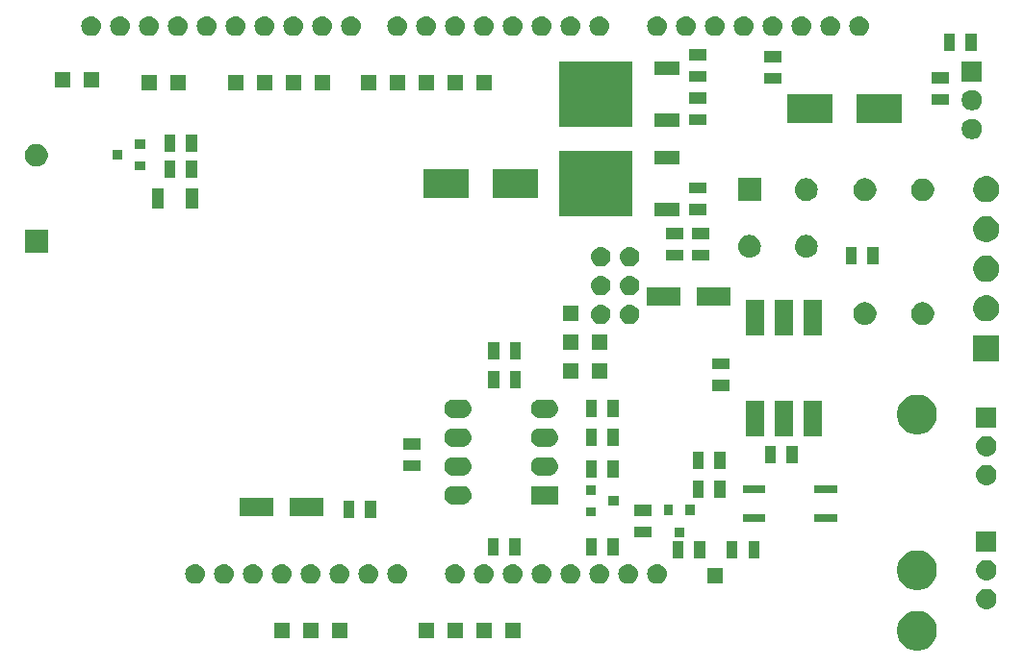
<source format=gbr>
G04 #@! TF.GenerationSoftware,KiCad,Pcbnew,5.1.0-rc1-unknown-3b97961~76~ubuntu16.04.1*
G04 #@! TF.CreationDate,2019-02-18T08:25:29+01:00
G04 #@! TF.ProjectId,jbc_245,6a62635f-3234-4352-9e6b-696361645f70,rev?*
G04 #@! TF.SameCoordinates,Original*
G04 #@! TF.FileFunction,Soldermask,Top*
G04 #@! TF.FilePolarity,Negative*
%FSLAX46Y46*%
G04 Gerber Fmt 4.6, Leading zero omitted, Abs format (unit mm)*
G04 Created by KiCad (PCBNEW 5.1.0-rc1-unknown-3b97961~76~ubuntu16.04.1) date 2019-02-18 08:25:29*
%MOMM*%
%LPD*%
G04 APERTURE LIST*
%ADD10C,0.100000*%
G04 APERTURE END LIST*
D10*
G36*
X183390473Y-118205193D02*
G01*
X183708963Y-118337116D01*
X183995598Y-118528639D01*
X184239361Y-118772402D01*
X184430884Y-119059037D01*
X184562807Y-119377527D01*
X184630060Y-119715633D01*
X184630060Y-120060367D01*
X184562807Y-120398473D01*
X184430884Y-120716963D01*
X184239361Y-121003598D01*
X183995598Y-121247361D01*
X183708963Y-121438884D01*
X183390473Y-121570807D01*
X183052367Y-121638060D01*
X182707633Y-121638060D01*
X182369527Y-121570807D01*
X182051037Y-121438884D01*
X181764402Y-121247361D01*
X181520639Y-121003598D01*
X181329116Y-120716963D01*
X181197193Y-120398473D01*
X181129940Y-120060367D01*
X181129940Y-119715633D01*
X181197193Y-119377527D01*
X181329116Y-119059037D01*
X181520639Y-118772402D01*
X181764402Y-118528639D01*
X182051037Y-118337116D01*
X182369527Y-118205193D01*
X182707633Y-118137940D01*
X183052367Y-118137940D01*
X183390473Y-118205193D01*
X183390473Y-118205193D01*
G37*
G36*
X147995000Y-120563000D02*
G01*
X146645000Y-120563000D01*
X146645000Y-119213000D01*
X147995000Y-119213000D01*
X147995000Y-120563000D01*
X147995000Y-120563000D01*
G37*
G36*
X127675000Y-120563000D02*
G01*
X126325000Y-120563000D01*
X126325000Y-119213000D01*
X127675000Y-119213000D01*
X127675000Y-120563000D01*
X127675000Y-120563000D01*
G37*
G36*
X130215000Y-120563000D02*
G01*
X128865000Y-120563000D01*
X128865000Y-119213000D01*
X130215000Y-119213000D01*
X130215000Y-120563000D01*
X130215000Y-120563000D01*
G37*
G36*
X132755000Y-120563000D02*
G01*
X131405000Y-120563000D01*
X131405000Y-119213000D01*
X132755000Y-119213000D01*
X132755000Y-120563000D01*
X132755000Y-120563000D01*
G37*
G36*
X142915000Y-120563000D02*
G01*
X141565000Y-120563000D01*
X141565000Y-119213000D01*
X142915000Y-119213000D01*
X142915000Y-120563000D01*
X142915000Y-120563000D01*
G37*
G36*
X145455000Y-120563000D02*
G01*
X144105000Y-120563000D01*
X144105000Y-119213000D01*
X145455000Y-119213000D01*
X145455000Y-120563000D01*
X145455000Y-120563000D01*
G37*
G36*
X140375000Y-120563000D02*
G01*
X139025000Y-120563000D01*
X139025000Y-119213000D01*
X140375000Y-119213000D01*
X140375000Y-120563000D01*
X140375000Y-120563000D01*
G37*
G36*
X189152427Y-116207022D02*
G01*
X189152430Y-116207023D01*
X189152431Y-116207023D01*
X189322081Y-116258486D01*
X189322083Y-116258487D01*
X189322086Y-116258488D01*
X189478431Y-116342056D01*
X189615475Y-116454525D01*
X189727944Y-116591569D01*
X189811512Y-116747914D01*
X189862978Y-116917573D01*
X189880354Y-117094000D01*
X189862978Y-117270427D01*
X189811512Y-117440086D01*
X189727944Y-117596431D01*
X189615475Y-117733475D01*
X189478431Y-117845944D01*
X189322086Y-117929512D01*
X189322083Y-117929513D01*
X189322081Y-117929514D01*
X189152431Y-117980977D01*
X189152430Y-117980977D01*
X189152427Y-117980978D01*
X189020211Y-117994000D01*
X188931789Y-117994000D01*
X188799573Y-117980978D01*
X188799570Y-117980977D01*
X188799569Y-117980977D01*
X188629919Y-117929514D01*
X188629917Y-117929513D01*
X188629914Y-117929512D01*
X188473569Y-117845944D01*
X188336525Y-117733475D01*
X188224056Y-117596431D01*
X188140488Y-117440086D01*
X188089022Y-117270427D01*
X188071646Y-117094000D01*
X188089022Y-116917573D01*
X188140488Y-116747914D01*
X188224056Y-116591569D01*
X188336525Y-116454525D01*
X188473569Y-116342056D01*
X188629914Y-116258488D01*
X188629917Y-116258487D01*
X188629919Y-116258486D01*
X188799569Y-116207023D01*
X188799570Y-116207023D01*
X188799573Y-116207022D01*
X188931789Y-116194000D01*
X189020211Y-116194000D01*
X189152427Y-116207022D01*
X189152427Y-116207022D01*
G37*
G36*
X183390473Y-112871193D02*
G01*
X183708963Y-113003116D01*
X183995598Y-113194639D01*
X184239361Y-113438402D01*
X184430884Y-113725037D01*
X184562807Y-114043527D01*
X184630060Y-114381633D01*
X184630060Y-114726367D01*
X184562807Y-115064473D01*
X184430884Y-115382963D01*
X184239361Y-115669598D01*
X183995598Y-115913361D01*
X183708963Y-116104884D01*
X183390473Y-116236807D01*
X183052367Y-116304060D01*
X182707633Y-116304060D01*
X182369527Y-116236807D01*
X182051037Y-116104884D01*
X181764402Y-115913361D01*
X181520639Y-115669598D01*
X181329116Y-115382963D01*
X181197193Y-115064473D01*
X181129940Y-114726367D01*
X181129940Y-114381633D01*
X181197193Y-114043527D01*
X181329116Y-113725037D01*
X181520639Y-113438402D01*
X181764402Y-113194639D01*
X182051037Y-113003116D01*
X182369527Y-112871193D01*
X182707633Y-112803940D01*
X183052367Y-112803940D01*
X183390473Y-112871193D01*
X183390473Y-112871193D01*
G37*
G36*
X122000712Y-114023566D02*
G01*
X122085295Y-114031897D01*
X122248084Y-114081279D01*
X122248087Y-114081280D01*
X122398107Y-114161467D01*
X122398108Y-114161468D01*
X122398112Y-114161470D01*
X122529612Y-114269389D01*
X122637531Y-114400889D01*
X122637533Y-114400893D01*
X122637534Y-114400894D01*
X122717721Y-114550914D01*
X122717722Y-114550917D01*
X122767104Y-114713706D01*
X122783778Y-114883001D01*
X122767104Y-115052296D01*
X122724277Y-115193475D01*
X122717721Y-115215088D01*
X122637534Y-115365108D01*
X122637531Y-115365113D01*
X122529612Y-115496613D01*
X122398112Y-115604532D01*
X122398108Y-115604534D01*
X122398107Y-115604535D01*
X122248087Y-115684722D01*
X122248084Y-115684723D01*
X122085295Y-115734105D01*
X122000712Y-115742436D01*
X121958421Y-115746601D01*
X121873579Y-115746601D01*
X121831288Y-115742436D01*
X121746705Y-115734105D01*
X121583916Y-115684723D01*
X121583913Y-115684722D01*
X121433893Y-115604535D01*
X121433892Y-115604534D01*
X121433888Y-115604532D01*
X121302388Y-115496613D01*
X121194469Y-115365113D01*
X121194466Y-115365108D01*
X121114279Y-115215088D01*
X121107723Y-115193475D01*
X121064896Y-115052296D01*
X121048222Y-114883001D01*
X121064896Y-114713706D01*
X121114278Y-114550917D01*
X121114279Y-114550914D01*
X121194466Y-114400894D01*
X121194467Y-114400893D01*
X121194469Y-114400889D01*
X121302388Y-114269389D01*
X121433888Y-114161470D01*
X121433892Y-114161468D01*
X121433893Y-114161467D01*
X121583913Y-114081280D01*
X121583916Y-114081279D01*
X121746705Y-114031897D01*
X121831288Y-114023566D01*
X121873579Y-114019401D01*
X121958421Y-114019401D01*
X122000712Y-114023566D01*
X122000712Y-114023566D01*
G37*
G36*
X129620712Y-114023566D02*
G01*
X129705295Y-114031897D01*
X129868084Y-114081279D01*
X129868087Y-114081280D01*
X130018107Y-114161467D01*
X130018108Y-114161468D01*
X130018112Y-114161470D01*
X130149612Y-114269389D01*
X130257531Y-114400889D01*
X130257533Y-114400893D01*
X130257534Y-114400894D01*
X130337721Y-114550914D01*
X130337722Y-114550917D01*
X130387104Y-114713706D01*
X130403778Y-114883001D01*
X130387104Y-115052296D01*
X130344277Y-115193475D01*
X130337721Y-115215088D01*
X130257534Y-115365108D01*
X130257531Y-115365113D01*
X130149612Y-115496613D01*
X130018112Y-115604532D01*
X130018108Y-115604534D01*
X130018107Y-115604535D01*
X129868087Y-115684722D01*
X129868084Y-115684723D01*
X129705295Y-115734105D01*
X129620712Y-115742436D01*
X129578421Y-115746601D01*
X129493579Y-115746601D01*
X129451288Y-115742436D01*
X129366705Y-115734105D01*
X129203916Y-115684723D01*
X129203913Y-115684722D01*
X129053893Y-115604535D01*
X129053892Y-115604534D01*
X129053888Y-115604532D01*
X128922388Y-115496613D01*
X128814469Y-115365113D01*
X128814466Y-115365108D01*
X128734279Y-115215088D01*
X128727723Y-115193475D01*
X128684896Y-115052296D01*
X128668222Y-114883001D01*
X128684896Y-114713706D01*
X128734278Y-114550917D01*
X128734279Y-114550914D01*
X128814466Y-114400894D01*
X128814467Y-114400893D01*
X128814469Y-114400889D01*
X128922388Y-114269389D01*
X129053888Y-114161470D01*
X129053892Y-114161468D01*
X129053893Y-114161467D01*
X129203913Y-114081280D01*
X129203916Y-114081279D01*
X129366705Y-114031897D01*
X129451288Y-114023566D01*
X129493579Y-114019401D01*
X129578421Y-114019401D01*
X129620712Y-114023566D01*
X129620712Y-114023566D01*
G37*
G36*
X127080712Y-114023566D02*
G01*
X127165295Y-114031897D01*
X127328084Y-114081279D01*
X127328087Y-114081280D01*
X127478107Y-114161467D01*
X127478108Y-114161468D01*
X127478112Y-114161470D01*
X127609612Y-114269389D01*
X127717531Y-114400889D01*
X127717533Y-114400893D01*
X127717534Y-114400894D01*
X127797721Y-114550914D01*
X127797722Y-114550917D01*
X127847104Y-114713706D01*
X127863778Y-114883001D01*
X127847104Y-115052296D01*
X127804277Y-115193475D01*
X127797721Y-115215088D01*
X127717534Y-115365108D01*
X127717531Y-115365113D01*
X127609612Y-115496613D01*
X127478112Y-115604532D01*
X127478108Y-115604534D01*
X127478107Y-115604535D01*
X127328087Y-115684722D01*
X127328084Y-115684723D01*
X127165295Y-115734105D01*
X127080712Y-115742436D01*
X127038421Y-115746601D01*
X126953579Y-115746601D01*
X126911288Y-115742436D01*
X126826705Y-115734105D01*
X126663916Y-115684723D01*
X126663913Y-115684722D01*
X126513893Y-115604535D01*
X126513892Y-115604534D01*
X126513888Y-115604532D01*
X126382388Y-115496613D01*
X126274469Y-115365113D01*
X126274466Y-115365108D01*
X126194279Y-115215088D01*
X126187723Y-115193475D01*
X126144896Y-115052296D01*
X126128222Y-114883001D01*
X126144896Y-114713706D01*
X126194278Y-114550917D01*
X126194279Y-114550914D01*
X126274466Y-114400894D01*
X126274467Y-114400893D01*
X126274469Y-114400889D01*
X126382388Y-114269389D01*
X126513888Y-114161470D01*
X126513892Y-114161468D01*
X126513893Y-114161467D01*
X126663913Y-114081280D01*
X126663916Y-114081279D01*
X126826705Y-114031897D01*
X126911288Y-114023566D01*
X126953579Y-114019401D01*
X127038421Y-114019401D01*
X127080712Y-114023566D01*
X127080712Y-114023566D01*
G37*
G36*
X132160712Y-114023566D02*
G01*
X132245295Y-114031897D01*
X132408084Y-114081279D01*
X132408087Y-114081280D01*
X132558107Y-114161467D01*
X132558108Y-114161468D01*
X132558112Y-114161470D01*
X132689612Y-114269389D01*
X132797531Y-114400889D01*
X132797533Y-114400893D01*
X132797534Y-114400894D01*
X132877721Y-114550914D01*
X132877722Y-114550917D01*
X132927104Y-114713706D01*
X132943778Y-114883001D01*
X132927104Y-115052296D01*
X132884277Y-115193475D01*
X132877721Y-115215088D01*
X132797534Y-115365108D01*
X132797531Y-115365113D01*
X132689612Y-115496613D01*
X132558112Y-115604532D01*
X132558108Y-115604534D01*
X132558107Y-115604535D01*
X132408087Y-115684722D01*
X132408084Y-115684723D01*
X132245295Y-115734105D01*
X132160712Y-115742436D01*
X132118421Y-115746601D01*
X132033579Y-115746601D01*
X131991288Y-115742436D01*
X131906705Y-115734105D01*
X131743916Y-115684723D01*
X131743913Y-115684722D01*
X131593893Y-115604535D01*
X131593892Y-115604534D01*
X131593888Y-115604532D01*
X131462388Y-115496613D01*
X131354469Y-115365113D01*
X131354466Y-115365108D01*
X131274279Y-115215088D01*
X131267723Y-115193475D01*
X131224896Y-115052296D01*
X131208222Y-114883001D01*
X131224896Y-114713706D01*
X131274278Y-114550917D01*
X131274279Y-114550914D01*
X131354466Y-114400894D01*
X131354467Y-114400893D01*
X131354469Y-114400889D01*
X131462388Y-114269389D01*
X131593888Y-114161470D01*
X131593892Y-114161468D01*
X131593893Y-114161467D01*
X131743913Y-114081280D01*
X131743916Y-114081279D01*
X131906705Y-114031897D01*
X131991288Y-114023566D01*
X132033579Y-114019401D01*
X132118421Y-114019401D01*
X132160712Y-114023566D01*
X132160712Y-114023566D01*
G37*
G36*
X160100712Y-114023566D02*
G01*
X160185295Y-114031897D01*
X160348084Y-114081279D01*
X160348087Y-114081280D01*
X160498107Y-114161467D01*
X160498108Y-114161468D01*
X160498112Y-114161470D01*
X160629612Y-114269389D01*
X160737531Y-114400889D01*
X160737533Y-114400893D01*
X160737534Y-114400894D01*
X160817721Y-114550914D01*
X160817722Y-114550917D01*
X160867104Y-114713706D01*
X160883778Y-114883001D01*
X160867104Y-115052296D01*
X160824277Y-115193475D01*
X160817721Y-115215088D01*
X160737534Y-115365108D01*
X160737531Y-115365113D01*
X160629612Y-115496613D01*
X160498112Y-115604532D01*
X160498108Y-115604534D01*
X160498107Y-115604535D01*
X160348087Y-115684722D01*
X160348084Y-115684723D01*
X160185295Y-115734105D01*
X160100712Y-115742436D01*
X160058421Y-115746601D01*
X159973579Y-115746601D01*
X159931288Y-115742436D01*
X159846705Y-115734105D01*
X159683916Y-115684723D01*
X159683913Y-115684722D01*
X159533893Y-115604535D01*
X159533892Y-115604534D01*
X159533888Y-115604532D01*
X159402388Y-115496613D01*
X159294469Y-115365113D01*
X159294466Y-115365108D01*
X159214279Y-115215088D01*
X159207723Y-115193475D01*
X159164896Y-115052296D01*
X159148222Y-114883001D01*
X159164896Y-114713706D01*
X159214278Y-114550917D01*
X159214279Y-114550914D01*
X159294466Y-114400894D01*
X159294467Y-114400893D01*
X159294469Y-114400889D01*
X159402388Y-114269389D01*
X159533888Y-114161470D01*
X159533892Y-114161468D01*
X159533893Y-114161467D01*
X159683913Y-114081280D01*
X159683916Y-114081279D01*
X159846705Y-114031897D01*
X159931288Y-114023566D01*
X159973579Y-114019401D01*
X160058421Y-114019401D01*
X160100712Y-114023566D01*
X160100712Y-114023566D01*
G37*
G36*
X119460712Y-114023566D02*
G01*
X119545295Y-114031897D01*
X119708084Y-114081279D01*
X119708087Y-114081280D01*
X119858107Y-114161467D01*
X119858108Y-114161468D01*
X119858112Y-114161470D01*
X119989612Y-114269389D01*
X120097531Y-114400889D01*
X120097533Y-114400893D01*
X120097534Y-114400894D01*
X120177721Y-114550914D01*
X120177722Y-114550917D01*
X120227104Y-114713706D01*
X120243778Y-114883001D01*
X120227104Y-115052296D01*
X120184277Y-115193475D01*
X120177721Y-115215088D01*
X120097534Y-115365108D01*
X120097531Y-115365113D01*
X119989612Y-115496613D01*
X119858112Y-115604532D01*
X119858108Y-115604534D01*
X119858107Y-115604535D01*
X119708087Y-115684722D01*
X119708084Y-115684723D01*
X119545295Y-115734105D01*
X119460712Y-115742436D01*
X119418421Y-115746601D01*
X119333579Y-115746601D01*
X119291288Y-115742436D01*
X119206705Y-115734105D01*
X119043916Y-115684723D01*
X119043913Y-115684722D01*
X118893893Y-115604535D01*
X118893892Y-115604534D01*
X118893888Y-115604532D01*
X118762388Y-115496613D01*
X118654469Y-115365113D01*
X118654466Y-115365108D01*
X118574279Y-115215088D01*
X118567723Y-115193475D01*
X118524896Y-115052296D01*
X118508222Y-114883001D01*
X118524896Y-114713706D01*
X118574278Y-114550917D01*
X118574279Y-114550914D01*
X118654466Y-114400894D01*
X118654467Y-114400893D01*
X118654469Y-114400889D01*
X118762388Y-114269389D01*
X118893888Y-114161470D01*
X118893892Y-114161468D01*
X118893893Y-114161467D01*
X119043913Y-114081280D01*
X119043916Y-114081279D01*
X119206705Y-114031897D01*
X119291288Y-114023566D01*
X119333579Y-114019401D01*
X119418421Y-114019401D01*
X119460712Y-114023566D01*
X119460712Y-114023566D01*
G37*
G36*
X157560712Y-114023566D02*
G01*
X157645295Y-114031897D01*
X157808084Y-114081279D01*
X157808087Y-114081280D01*
X157958107Y-114161467D01*
X157958108Y-114161468D01*
X157958112Y-114161470D01*
X158089612Y-114269389D01*
X158197531Y-114400889D01*
X158197533Y-114400893D01*
X158197534Y-114400894D01*
X158277721Y-114550914D01*
X158277722Y-114550917D01*
X158327104Y-114713706D01*
X158343778Y-114883001D01*
X158327104Y-115052296D01*
X158284277Y-115193475D01*
X158277721Y-115215088D01*
X158197534Y-115365108D01*
X158197531Y-115365113D01*
X158089612Y-115496613D01*
X157958112Y-115604532D01*
X157958108Y-115604534D01*
X157958107Y-115604535D01*
X157808087Y-115684722D01*
X157808084Y-115684723D01*
X157645295Y-115734105D01*
X157560712Y-115742436D01*
X157518421Y-115746601D01*
X157433579Y-115746601D01*
X157391288Y-115742436D01*
X157306705Y-115734105D01*
X157143916Y-115684723D01*
X157143913Y-115684722D01*
X156993893Y-115604535D01*
X156993892Y-115604534D01*
X156993888Y-115604532D01*
X156862388Y-115496613D01*
X156754469Y-115365113D01*
X156754466Y-115365108D01*
X156674279Y-115215088D01*
X156667723Y-115193475D01*
X156624896Y-115052296D01*
X156608222Y-114883001D01*
X156624896Y-114713706D01*
X156674278Y-114550917D01*
X156674279Y-114550914D01*
X156754466Y-114400894D01*
X156754467Y-114400893D01*
X156754469Y-114400889D01*
X156862388Y-114269389D01*
X156993888Y-114161470D01*
X156993892Y-114161468D01*
X156993893Y-114161467D01*
X157143913Y-114081280D01*
X157143916Y-114081279D01*
X157306705Y-114031897D01*
X157391288Y-114023566D01*
X157433579Y-114019401D01*
X157518421Y-114019401D01*
X157560712Y-114023566D01*
X157560712Y-114023566D01*
G37*
G36*
X137240712Y-114023566D02*
G01*
X137325295Y-114031897D01*
X137488084Y-114081279D01*
X137488087Y-114081280D01*
X137638107Y-114161467D01*
X137638108Y-114161468D01*
X137638112Y-114161470D01*
X137769612Y-114269389D01*
X137877531Y-114400889D01*
X137877533Y-114400893D01*
X137877534Y-114400894D01*
X137957721Y-114550914D01*
X137957722Y-114550917D01*
X138007104Y-114713706D01*
X138023778Y-114883001D01*
X138007104Y-115052296D01*
X137964277Y-115193475D01*
X137957721Y-115215088D01*
X137877534Y-115365108D01*
X137877531Y-115365113D01*
X137769612Y-115496613D01*
X137638112Y-115604532D01*
X137638108Y-115604534D01*
X137638107Y-115604535D01*
X137488087Y-115684722D01*
X137488084Y-115684723D01*
X137325295Y-115734105D01*
X137240712Y-115742436D01*
X137198421Y-115746601D01*
X137113579Y-115746601D01*
X137071288Y-115742436D01*
X136986705Y-115734105D01*
X136823916Y-115684723D01*
X136823913Y-115684722D01*
X136673893Y-115604535D01*
X136673892Y-115604534D01*
X136673888Y-115604532D01*
X136542388Y-115496613D01*
X136434469Y-115365113D01*
X136434466Y-115365108D01*
X136354279Y-115215088D01*
X136347723Y-115193475D01*
X136304896Y-115052296D01*
X136288222Y-114883001D01*
X136304896Y-114713706D01*
X136354278Y-114550917D01*
X136354279Y-114550914D01*
X136434466Y-114400894D01*
X136434467Y-114400893D01*
X136434469Y-114400889D01*
X136542388Y-114269389D01*
X136673888Y-114161470D01*
X136673892Y-114161468D01*
X136673893Y-114161467D01*
X136823913Y-114081280D01*
X136823916Y-114081279D01*
X136986705Y-114031897D01*
X137071288Y-114023566D01*
X137113579Y-114019401D01*
X137198421Y-114019401D01*
X137240712Y-114023566D01*
X137240712Y-114023566D01*
G37*
G36*
X134700712Y-114023566D02*
G01*
X134785295Y-114031897D01*
X134948084Y-114081279D01*
X134948087Y-114081280D01*
X135098107Y-114161467D01*
X135098108Y-114161468D01*
X135098112Y-114161470D01*
X135229612Y-114269389D01*
X135337531Y-114400889D01*
X135337533Y-114400893D01*
X135337534Y-114400894D01*
X135417721Y-114550914D01*
X135417722Y-114550917D01*
X135467104Y-114713706D01*
X135483778Y-114883001D01*
X135467104Y-115052296D01*
X135424277Y-115193475D01*
X135417721Y-115215088D01*
X135337534Y-115365108D01*
X135337531Y-115365113D01*
X135229612Y-115496613D01*
X135098112Y-115604532D01*
X135098108Y-115604534D01*
X135098107Y-115604535D01*
X134948087Y-115684722D01*
X134948084Y-115684723D01*
X134785295Y-115734105D01*
X134700712Y-115742436D01*
X134658421Y-115746601D01*
X134573579Y-115746601D01*
X134531288Y-115742436D01*
X134446705Y-115734105D01*
X134283916Y-115684723D01*
X134283913Y-115684722D01*
X134133893Y-115604535D01*
X134133892Y-115604534D01*
X134133888Y-115604532D01*
X134002388Y-115496613D01*
X133894469Y-115365113D01*
X133894466Y-115365108D01*
X133814279Y-115215088D01*
X133807723Y-115193475D01*
X133764896Y-115052296D01*
X133748222Y-114883001D01*
X133764896Y-114713706D01*
X133814278Y-114550917D01*
X133814279Y-114550914D01*
X133894466Y-114400894D01*
X133894467Y-114400893D01*
X133894469Y-114400889D01*
X134002388Y-114269389D01*
X134133888Y-114161470D01*
X134133892Y-114161468D01*
X134133893Y-114161467D01*
X134283913Y-114081280D01*
X134283916Y-114081279D01*
X134446705Y-114031897D01*
X134531288Y-114023566D01*
X134573579Y-114019401D01*
X134658421Y-114019401D01*
X134700712Y-114023566D01*
X134700712Y-114023566D01*
G37*
G36*
X124540712Y-114023566D02*
G01*
X124625295Y-114031897D01*
X124788084Y-114081279D01*
X124788087Y-114081280D01*
X124938107Y-114161467D01*
X124938108Y-114161468D01*
X124938112Y-114161470D01*
X125069612Y-114269389D01*
X125177531Y-114400889D01*
X125177533Y-114400893D01*
X125177534Y-114400894D01*
X125257721Y-114550914D01*
X125257722Y-114550917D01*
X125307104Y-114713706D01*
X125323778Y-114883001D01*
X125307104Y-115052296D01*
X125264277Y-115193475D01*
X125257721Y-115215088D01*
X125177534Y-115365108D01*
X125177531Y-115365113D01*
X125069612Y-115496613D01*
X124938112Y-115604532D01*
X124938108Y-115604534D01*
X124938107Y-115604535D01*
X124788087Y-115684722D01*
X124788084Y-115684723D01*
X124625295Y-115734105D01*
X124540712Y-115742436D01*
X124498421Y-115746601D01*
X124413579Y-115746601D01*
X124371288Y-115742436D01*
X124286705Y-115734105D01*
X124123916Y-115684723D01*
X124123913Y-115684722D01*
X123973893Y-115604535D01*
X123973892Y-115604534D01*
X123973888Y-115604532D01*
X123842388Y-115496613D01*
X123734469Y-115365113D01*
X123734466Y-115365108D01*
X123654279Y-115215088D01*
X123647723Y-115193475D01*
X123604896Y-115052296D01*
X123588222Y-114883001D01*
X123604896Y-114713706D01*
X123654278Y-114550917D01*
X123654279Y-114550914D01*
X123734466Y-114400894D01*
X123734467Y-114400893D01*
X123734469Y-114400889D01*
X123842388Y-114269389D01*
X123973888Y-114161470D01*
X123973892Y-114161468D01*
X123973893Y-114161467D01*
X124123913Y-114081280D01*
X124123916Y-114081279D01*
X124286705Y-114031897D01*
X124371288Y-114023566D01*
X124413579Y-114019401D01*
X124498421Y-114019401D01*
X124540712Y-114023566D01*
X124540712Y-114023566D01*
G37*
G36*
X155020712Y-114023566D02*
G01*
X155105295Y-114031897D01*
X155268084Y-114081279D01*
X155268087Y-114081280D01*
X155418107Y-114161467D01*
X155418108Y-114161468D01*
X155418112Y-114161470D01*
X155549612Y-114269389D01*
X155657531Y-114400889D01*
X155657533Y-114400893D01*
X155657534Y-114400894D01*
X155737721Y-114550914D01*
X155737722Y-114550917D01*
X155787104Y-114713706D01*
X155803778Y-114883001D01*
X155787104Y-115052296D01*
X155744277Y-115193475D01*
X155737721Y-115215088D01*
X155657534Y-115365108D01*
X155657531Y-115365113D01*
X155549612Y-115496613D01*
X155418112Y-115604532D01*
X155418108Y-115604534D01*
X155418107Y-115604535D01*
X155268087Y-115684722D01*
X155268084Y-115684723D01*
X155105295Y-115734105D01*
X155020712Y-115742436D01*
X154978421Y-115746601D01*
X154893579Y-115746601D01*
X154851288Y-115742436D01*
X154766705Y-115734105D01*
X154603916Y-115684723D01*
X154603913Y-115684722D01*
X154453893Y-115604535D01*
X154453892Y-115604534D01*
X154453888Y-115604532D01*
X154322388Y-115496613D01*
X154214469Y-115365113D01*
X154214466Y-115365108D01*
X154134279Y-115215088D01*
X154127723Y-115193475D01*
X154084896Y-115052296D01*
X154068222Y-114883001D01*
X154084896Y-114713706D01*
X154134278Y-114550917D01*
X154134279Y-114550914D01*
X154214466Y-114400894D01*
X154214467Y-114400893D01*
X154214469Y-114400889D01*
X154322388Y-114269389D01*
X154453888Y-114161470D01*
X154453892Y-114161468D01*
X154453893Y-114161467D01*
X154603913Y-114081280D01*
X154603916Y-114081279D01*
X154766705Y-114031897D01*
X154851288Y-114023566D01*
X154893579Y-114019401D01*
X154978421Y-114019401D01*
X155020712Y-114023566D01*
X155020712Y-114023566D01*
G37*
G36*
X152480712Y-114023566D02*
G01*
X152565295Y-114031897D01*
X152728084Y-114081279D01*
X152728087Y-114081280D01*
X152878107Y-114161467D01*
X152878108Y-114161468D01*
X152878112Y-114161470D01*
X153009612Y-114269389D01*
X153117531Y-114400889D01*
X153117533Y-114400893D01*
X153117534Y-114400894D01*
X153197721Y-114550914D01*
X153197722Y-114550917D01*
X153247104Y-114713706D01*
X153263778Y-114883001D01*
X153247104Y-115052296D01*
X153204277Y-115193475D01*
X153197721Y-115215088D01*
X153117534Y-115365108D01*
X153117531Y-115365113D01*
X153009612Y-115496613D01*
X152878112Y-115604532D01*
X152878108Y-115604534D01*
X152878107Y-115604535D01*
X152728087Y-115684722D01*
X152728084Y-115684723D01*
X152565295Y-115734105D01*
X152480712Y-115742436D01*
X152438421Y-115746601D01*
X152353579Y-115746601D01*
X152311288Y-115742436D01*
X152226705Y-115734105D01*
X152063916Y-115684723D01*
X152063913Y-115684722D01*
X151913893Y-115604535D01*
X151913892Y-115604534D01*
X151913888Y-115604532D01*
X151782388Y-115496613D01*
X151674469Y-115365113D01*
X151674466Y-115365108D01*
X151594279Y-115215088D01*
X151587723Y-115193475D01*
X151544896Y-115052296D01*
X151528222Y-114883001D01*
X151544896Y-114713706D01*
X151594278Y-114550917D01*
X151594279Y-114550914D01*
X151674466Y-114400894D01*
X151674467Y-114400893D01*
X151674469Y-114400889D01*
X151782388Y-114269389D01*
X151913888Y-114161470D01*
X151913892Y-114161468D01*
X151913893Y-114161467D01*
X152063913Y-114081280D01*
X152063916Y-114081279D01*
X152226705Y-114031897D01*
X152311288Y-114023566D01*
X152353579Y-114019401D01*
X152438421Y-114019401D01*
X152480712Y-114023566D01*
X152480712Y-114023566D01*
G37*
G36*
X149940712Y-114023566D02*
G01*
X150025295Y-114031897D01*
X150188084Y-114081279D01*
X150188087Y-114081280D01*
X150338107Y-114161467D01*
X150338108Y-114161468D01*
X150338112Y-114161470D01*
X150469612Y-114269389D01*
X150577531Y-114400889D01*
X150577533Y-114400893D01*
X150577534Y-114400894D01*
X150657721Y-114550914D01*
X150657722Y-114550917D01*
X150707104Y-114713706D01*
X150723778Y-114883001D01*
X150707104Y-115052296D01*
X150664277Y-115193475D01*
X150657721Y-115215088D01*
X150577534Y-115365108D01*
X150577531Y-115365113D01*
X150469612Y-115496613D01*
X150338112Y-115604532D01*
X150338108Y-115604534D01*
X150338107Y-115604535D01*
X150188087Y-115684722D01*
X150188084Y-115684723D01*
X150025295Y-115734105D01*
X149940712Y-115742436D01*
X149898421Y-115746601D01*
X149813579Y-115746601D01*
X149771288Y-115742436D01*
X149686705Y-115734105D01*
X149523916Y-115684723D01*
X149523913Y-115684722D01*
X149373893Y-115604535D01*
X149373892Y-115604534D01*
X149373888Y-115604532D01*
X149242388Y-115496613D01*
X149134469Y-115365113D01*
X149134466Y-115365108D01*
X149054279Y-115215088D01*
X149047723Y-115193475D01*
X149004896Y-115052296D01*
X148988222Y-114883001D01*
X149004896Y-114713706D01*
X149054278Y-114550917D01*
X149054279Y-114550914D01*
X149134466Y-114400894D01*
X149134467Y-114400893D01*
X149134469Y-114400889D01*
X149242388Y-114269389D01*
X149373888Y-114161470D01*
X149373892Y-114161468D01*
X149373893Y-114161467D01*
X149523913Y-114081280D01*
X149523916Y-114081279D01*
X149686705Y-114031897D01*
X149771288Y-114023566D01*
X149813579Y-114019401D01*
X149898421Y-114019401D01*
X149940712Y-114023566D01*
X149940712Y-114023566D01*
G37*
G36*
X147400712Y-114023566D02*
G01*
X147485295Y-114031897D01*
X147648084Y-114081279D01*
X147648087Y-114081280D01*
X147798107Y-114161467D01*
X147798108Y-114161468D01*
X147798112Y-114161470D01*
X147929612Y-114269389D01*
X148037531Y-114400889D01*
X148037533Y-114400893D01*
X148037534Y-114400894D01*
X148117721Y-114550914D01*
X148117722Y-114550917D01*
X148167104Y-114713706D01*
X148183778Y-114883001D01*
X148167104Y-115052296D01*
X148124277Y-115193475D01*
X148117721Y-115215088D01*
X148037534Y-115365108D01*
X148037531Y-115365113D01*
X147929612Y-115496613D01*
X147798112Y-115604532D01*
X147798108Y-115604534D01*
X147798107Y-115604535D01*
X147648087Y-115684722D01*
X147648084Y-115684723D01*
X147485295Y-115734105D01*
X147400712Y-115742436D01*
X147358421Y-115746601D01*
X147273579Y-115746601D01*
X147231288Y-115742436D01*
X147146705Y-115734105D01*
X146983916Y-115684723D01*
X146983913Y-115684722D01*
X146833893Y-115604535D01*
X146833892Y-115604534D01*
X146833888Y-115604532D01*
X146702388Y-115496613D01*
X146594469Y-115365113D01*
X146594466Y-115365108D01*
X146514279Y-115215088D01*
X146507723Y-115193475D01*
X146464896Y-115052296D01*
X146448222Y-114883001D01*
X146464896Y-114713706D01*
X146514278Y-114550917D01*
X146514279Y-114550914D01*
X146594466Y-114400894D01*
X146594467Y-114400893D01*
X146594469Y-114400889D01*
X146702388Y-114269389D01*
X146833888Y-114161470D01*
X146833892Y-114161468D01*
X146833893Y-114161467D01*
X146983913Y-114081280D01*
X146983916Y-114081279D01*
X147146705Y-114031897D01*
X147231288Y-114023566D01*
X147273579Y-114019401D01*
X147358421Y-114019401D01*
X147400712Y-114023566D01*
X147400712Y-114023566D01*
G37*
G36*
X144860712Y-114023566D02*
G01*
X144945295Y-114031897D01*
X145108084Y-114081279D01*
X145108087Y-114081280D01*
X145258107Y-114161467D01*
X145258108Y-114161468D01*
X145258112Y-114161470D01*
X145389612Y-114269389D01*
X145497531Y-114400889D01*
X145497533Y-114400893D01*
X145497534Y-114400894D01*
X145577721Y-114550914D01*
X145577722Y-114550917D01*
X145627104Y-114713706D01*
X145643778Y-114883001D01*
X145627104Y-115052296D01*
X145584277Y-115193475D01*
X145577721Y-115215088D01*
X145497534Y-115365108D01*
X145497531Y-115365113D01*
X145389612Y-115496613D01*
X145258112Y-115604532D01*
X145258108Y-115604534D01*
X145258107Y-115604535D01*
X145108087Y-115684722D01*
X145108084Y-115684723D01*
X144945295Y-115734105D01*
X144860712Y-115742436D01*
X144818421Y-115746601D01*
X144733579Y-115746601D01*
X144691288Y-115742436D01*
X144606705Y-115734105D01*
X144443916Y-115684723D01*
X144443913Y-115684722D01*
X144293893Y-115604535D01*
X144293892Y-115604534D01*
X144293888Y-115604532D01*
X144162388Y-115496613D01*
X144054469Y-115365113D01*
X144054466Y-115365108D01*
X143974279Y-115215088D01*
X143967723Y-115193475D01*
X143924896Y-115052296D01*
X143908222Y-114883001D01*
X143924896Y-114713706D01*
X143974278Y-114550917D01*
X143974279Y-114550914D01*
X144054466Y-114400894D01*
X144054467Y-114400893D01*
X144054469Y-114400889D01*
X144162388Y-114269389D01*
X144293888Y-114161470D01*
X144293892Y-114161468D01*
X144293893Y-114161467D01*
X144443913Y-114081280D01*
X144443916Y-114081279D01*
X144606705Y-114031897D01*
X144691288Y-114023566D01*
X144733579Y-114019401D01*
X144818421Y-114019401D01*
X144860712Y-114023566D01*
X144860712Y-114023566D01*
G37*
G36*
X142320712Y-114023566D02*
G01*
X142405295Y-114031897D01*
X142568084Y-114081279D01*
X142568087Y-114081280D01*
X142718107Y-114161467D01*
X142718108Y-114161468D01*
X142718112Y-114161470D01*
X142849612Y-114269389D01*
X142957531Y-114400889D01*
X142957533Y-114400893D01*
X142957534Y-114400894D01*
X143037721Y-114550914D01*
X143037722Y-114550917D01*
X143087104Y-114713706D01*
X143103778Y-114883001D01*
X143087104Y-115052296D01*
X143044277Y-115193475D01*
X143037721Y-115215088D01*
X142957534Y-115365108D01*
X142957531Y-115365113D01*
X142849612Y-115496613D01*
X142718112Y-115604532D01*
X142718108Y-115604534D01*
X142718107Y-115604535D01*
X142568087Y-115684722D01*
X142568084Y-115684723D01*
X142405295Y-115734105D01*
X142320712Y-115742436D01*
X142278421Y-115746601D01*
X142193579Y-115746601D01*
X142151288Y-115742436D01*
X142066705Y-115734105D01*
X141903916Y-115684723D01*
X141903913Y-115684722D01*
X141753893Y-115604535D01*
X141753892Y-115604534D01*
X141753888Y-115604532D01*
X141622388Y-115496613D01*
X141514469Y-115365113D01*
X141514466Y-115365108D01*
X141434279Y-115215088D01*
X141427723Y-115193475D01*
X141384896Y-115052296D01*
X141368222Y-114883001D01*
X141384896Y-114713706D01*
X141434278Y-114550917D01*
X141434279Y-114550914D01*
X141514466Y-114400894D01*
X141514467Y-114400893D01*
X141514469Y-114400889D01*
X141622388Y-114269389D01*
X141753888Y-114161470D01*
X141753892Y-114161468D01*
X141753893Y-114161467D01*
X141903913Y-114081280D01*
X141903916Y-114081279D01*
X142066705Y-114031897D01*
X142151288Y-114023566D01*
X142193579Y-114019401D01*
X142278421Y-114019401D01*
X142320712Y-114023566D01*
X142320712Y-114023566D01*
G37*
G36*
X165775000Y-115737000D02*
G01*
X164425000Y-115737000D01*
X164425000Y-114387000D01*
X165775000Y-114387000D01*
X165775000Y-115737000D01*
X165775000Y-115737000D01*
G37*
G36*
X189152427Y-113667022D02*
G01*
X189152430Y-113667023D01*
X189152431Y-113667023D01*
X189322081Y-113718486D01*
X189322083Y-113718487D01*
X189322086Y-113718488D01*
X189478431Y-113802056D01*
X189615475Y-113914525D01*
X189727944Y-114051569D01*
X189811512Y-114207914D01*
X189811513Y-114207917D01*
X189811514Y-114207919D01*
X189830161Y-114269390D01*
X189862978Y-114377573D01*
X189880354Y-114554000D01*
X189862978Y-114730427D01*
X189811512Y-114900086D01*
X189727944Y-115056431D01*
X189615475Y-115193475D01*
X189478431Y-115305944D01*
X189322086Y-115389512D01*
X189322083Y-115389513D01*
X189322081Y-115389514D01*
X189152431Y-115440977D01*
X189152430Y-115440977D01*
X189152427Y-115440978D01*
X189020211Y-115454000D01*
X188931789Y-115454000D01*
X188799573Y-115440978D01*
X188799570Y-115440977D01*
X188799569Y-115440977D01*
X188629919Y-115389514D01*
X188629917Y-115389513D01*
X188629914Y-115389512D01*
X188473569Y-115305944D01*
X188336525Y-115193475D01*
X188224056Y-115056431D01*
X188140488Y-114900086D01*
X188089022Y-114730427D01*
X188071646Y-114554000D01*
X188089022Y-114377573D01*
X188121839Y-114269390D01*
X188140486Y-114207919D01*
X188140487Y-114207917D01*
X188140488Y-114207914D01*
X188224056Y-114051569D01*
X188336525Y-113914525D01*
X188473569Y-113802056D01*
X188629914Y-113718488D01*
X188629917Y-113718487D01*
X188629919Y-113718486D01*
X188799569Y-113667023D01*
X188799570Y-113667023D01*
X188799573Y-113667022D01*
X188931789Y-113654000D01*
X189020211Y-113654000D01*
X189152427Y-113667022D01*
X189152427Y-113667022D01*
G37*
G36*
X169019000Y-113526000D02*
G01*
X168049000Y-113526000D01*
X168049000Y-112026000D01*
X169019000Y-112026000D01*
X169019000Y-113526000D01*
X169019000Y-113526000D01*
G37*
G36*
X167109000Y-113526000D02*
G01*
X166139000Y-113526000D01*
X166139000Y-112026000D01*
X167109000Y-112026000D01*
X167109000Y-113526000D01*
X167109000Y-113526000D01*
G37*
G36*
X162344000Y-113526000D02*
G01*
X161374000Y-113526000D01*
X161374000Y-112026000D01*
X162344000Y-112026000D01*
X162344000Y-113526000D01*
X162344000Y-113526000D01*
G37*
G36*
X164254000Y-113526000D02*
G01*
X163284000Y-113526000D01*
X163284000Y-112026000D01*
X164254000Y-112026000D01*
X164254000Y-113526000D01*
X164254000Y-113526000D01*
G37*
G36*
X154724000Y-113272000D02*
G01*
X153754000Y-113272000D01*
X153754000Y-111772000D01*
X154724000Y-111772000D01*
X154724000Y-113272000D01*
X154724000Y-113272000D01*
G37*
G36*
X147998000Y-113272000D02*
G01*
X147028000Y-113272000D01*
X147028000Y-111772000D01*
X147998000Y-111772000D01*
X147998000Y-113272000D01*
X147998000Y-113272000D01*
G37*
G36*
X146088000Y-113272000D02*
G01*
X145118000Y-113272000D01*
X145118000Y-111772000D01*
X146088000Y-111772000D01*
X146088000Y-113272000D01*
X146088000Y-113272000D01*
G37*
G36*
X156634000Y-113272000D02*
G01*
X155664000Y-113272000D01*
X155664000Y-111772000D01*
X156634000Y-111772000D01*
X156634000Y-113272000D01*
X156634000Y-113272000D01*
G37*
G36*
X189876000Y-112914000D02*
G01*
X188076000Y-112914000D01*
X188076000Y-111114000D01*
X189876000Y-111114000D01*
X189876000Y-112914000D01*
X189876000Y-112914000D01*
G37*
G36*
X159500000Y-111676000D02*
G01*
X158000000Y-111676000D01*
X158000000Y-110706000D01*
X159500000Y-110706000D01*
X159500000Y-111676000D01*
X159500000Y-111676000D01*
G37*
G36*
X162386000Y-111670000D02*
G01*
X161586000Y-111670000D01*
X161586000Y-110770000D01*
X162386000Y-110770000D01*
X162386000Y-111670000D01*
X162386000Y-111670000D01*
G37*
G36*
X169554000Y-110302000D02*
G01*
X167554000Y-110302000D01*
X167554000Y-109662000D01*
X169554000Y-109662000D01*
X169554000Y-110302000D01*
X169554000Y-110302000D01*
G37*
G36*
X175854000Y-110302000D02*
G01*
X173854000Y-110302000D01*
X173854000Y-109662000D01*
X175854000Y-109662000D01*
X175854000Y-110302000D01*
X175854000Y-110302000D01*
G37*
G36*
X133388000Y-109970000D02*
G01*
X132418000Y-109970000D01*
X132418000Y-108470000D01*
X133388000Y-108470000D01*
X133388000Y-109970000D01*
X133388000Y-109970000D01*
G37*
G36*
X135298000Y-109970000D02*
G01*
X134328000Y-109970000D01*
X134328000Y-108470000D01*
X135298000Y-108470000D01*
X135298000Y-109970000D01*
X135298000Y-109970000D01*
G37*
G36*
X154644000Y-109808000D02*
G01*
X153744000Y-109808000D01*
X153744000Y-109008000D01*
X154644000Y-109008000D01*
X154644000Y-109808000D01*
X154644000Y-109808000D01*
G37*
G36*
X126300000Y-109766000D02*
G01*
X123300000Y-109766000D01*
X123300000Y-108166000D01*
X126300000Y-108166000D01*
X126300000Y-109766000D01*
X126300000Y-109766000D01*
G37*
G36*
X130700000Y-109766000D02*
G01*
X127700000Y-109766000D01*
X127700000Y-108166000D01*
X130700000Y-108166000D01*
X130700000Y-109766000D01*
X130700000Y-109766000D01*
G37*
G36*
X159500000Y-109766000D02*
G01*
X158000000Y-109766000D01*
X158000000Y-108796000D01*
X159500000Y-108796000D01*
X159500000Y-109766000D01*
X159500000Y-109766000D01*
G37*
G36*
X161436000Y-109670000D02*
G01*
X160636000Y-109670000D01*
X160636000Y-108770000D01*
X161436000Y-108770000D01*
X161436000Y-109670000D01*
X161436000Y-109670000D01*
G37*
G36*
X163336000Y-109670000D02*
G01*
X162536000Y-109670000D01*
X162536000Y-108770000D01*
X163336000Y-108770000D01*
X163336000Y-109670000D01*
X163336000Y-109670000D01*
G37*
G36*
X156644000Y-108858000D02*
G01*
X155744000Y-108858000D01*
X155744000Y-108058000D01*
X156644000Y-108058000D01*
X156644000Y-108858000D01*
X156644000Y-108858000D01*
G37*
G36*
X151314000Y-108750000D02*
G01*
X148914000Y-108750000D01*
X148914000Y-107150000D01*
X151314000Y-107150000D01*
X151314000Y-108750000D01*
X151314000Y-108750000D01*
G37*
G36*
X142972471Y-107153859D02*
G01*
X143050827Y-107161576D01*
X143201628Y-107207321D01*
X143201630Y-107207322D01*
X143340605Y-107281606D01*
X143340607Y-107281607D01*
X143340606Y-107281607D01*
X143462422Y-107381578D01*
X143562393Y-107503394D01*
X143636679Y-107642372D01*
X143682424Y-107793173D01*
X143697870Y-107950000D01*
X143682424Y-108106827D01*
X143664474Y-108166000D01*
X143636678Y-108257630D01*
X143562394Y-108396605D01*
X143462422Y-108518422D01*
X143340605Y-108618394D01*
X143201630Y-108692678D01*
X143201628Y-108692679D01*
X143050827Y-108738424D01*
X142972471Y-108746141D01*
X142933294Y-108750000D01*
X142054706Y-108750000D01*
X142015529Y-108746141D01*
X141937173Y-108738424D01*
X141786372Y-108692679D01*
X141786370Y-108692678D01*
X141647395Y-108618394D01*
X141525578Y-108518422D01*
X141425606Y-108396605D01*
X141351322Y-108257630D01*
X141323526Y-108166000D01*
X141305576Y-108106827D01*
X141290130Y-107950000D01*
X141305576Y-107793173D01*
X141351321Y-107642372D01*
X141425607Y-107503394D01*
X141525578Y-107381578D01*
X141647394Y-107281607D01*
X141647393Y-107281607D01*
X141647395Y-107281606D01*
X141786370Y-107207322D01*
X141786372Y-107207321D01*
X141937173Y-107161576D01*
X142015529Y-107153859D01*
X142054706Y-107150000D01*
X142933294Y-107150000D01*
X142972471Y-107153859D01*
X142972471Y-107153859D01*
G37*
G36*
X166032000Y-108192000D02*
G01*
X165062000Y-108192000D01*
X165062000Y-106692000D01*
X166032000Y-106692000D01*
X166032000Y-108192000D01*
X166032000Y-108192000D01*
G37*
G36*
X164122000Y-108192000D02*
G01*
X163152000Y-108192000D01*
X163152000Y-106692000D01*
X164122000Y-106692000D01*
X164122000Y-108192000D01*
X164122000Y-108192000D01*
G37*
G36*
X154644000Y-107908000D02*
G01*
X153744000Y-107908000D01*
X153744000Y-107108000D01*
X154644000Y-107108000D01*
X154644000Y-107908000D01*
X154644000Y-107908000D01*
G37*
G36*
X175854000Y-107762000D02*
G01*
X173854000Y-107762000D01*
X173854000Y-107122000D01*
X175854000Y-107122000D01*
X175854000Y-107762000D01*
X175854000Y-107762000D01*
G37*
G36*
X169554000Y-107762000D02*
G01*
X167554000Y-107762000D01*
X167554000Y-107122000D01*
X169554000Y-107122000D01*
X169554000Y-107762000D01*
X169554000Y-107762000D01*
G37*
G36*
X189152427Y-105285022D02*
G01*
X189152430Y-105285023D01*
X189152431Y-105285023D01*
X189322081Y-105336486D01*
X189322083Y-105336487D01*
X189322086Y-105336488D01*
X189478431Y-105420056D01*
X189615475Y-105532525D01*
X189727944Y-105669569D01*
X189811512Y-105825914D01*
X189811513Y-105825917D01*
X189811514Y-105825919D01*
X189857775Y-105978422D01*
X189862978Y-105995573D01*
X189880354Y-106172000D01*
X189862978Y-106348427D01*
X189862977Y-106348430D01*
X189862977Y-106348431D01*
X189843087Y-106414000D01*
X189811512Y-106518086D01*
X189727944Y-106674431D01*
X189615475Y-106811475D01*
X189478431Y-106923944D01*
X189322086Y-107007512D01*
X189322083Y-107007513D01*
X189322081Y-107007514D01*
X189152431Y-107058977D01*
X189152430Y-107058977D01*
X189152427Y-107058978D01*
X189020211Y-107072000D01*
X188931789Y-107072000D01*
X188799573Y-107058978D01*
X188799570Y-107058977D01*
X188799569Y-107058977D01*
X188629919Y-107007514D01*
X188629917Y-107007513D01*
X188629914Y-107007512D01*
X188473569Y-106923944D01*
X188336525Y-106811475D01*
X188224056Y-106674431D01*
X188140488Y-106518086D01*
X188108914Y-106414000D01*
X188089023Y-106348431D01*
X188089023Y-106348430D01*
X188089022Y-106348427D01*
X188071646Y-106172000D01*
X188089022Y-105995573D01*
X188094225Y-105978422D01*
X188140486Y-105825919D01*
X188140487Y-105825917D01*
X188140488Y-105825914D01*
X188224056Y-105669569D01*
X188336525Y-105532525D01*
X188473569Y-105420056D01*
X188629914Y-105336488D01*
X188629917Y-105336487D01*
X188629919Y-105336486D01*
X188799569Y-105285023D01*
X188799570Y-105285023D01*
X188799573Y-105285022D01*
X188931789Y-105272000D01*
X189020211Y-105272000D01*
X189152427Y-105285022D01*
X189152427Y-105285022D01*
G37*
G36*
X156634000Y-106414000D02*
G01*
X155664000Y-106414000D01*
X155664000Y-104914000D01*
X156634000Y-104914000D01*
X156634000Y-106414000D01*
X156634000Y-106414000D01*
G37*
G36*
X154724000Y-106414000D02*
G01*
X153754000Y-106414000D01*
X153754000Y-104914000D01*
X154724000Y-104914000D01*
X154724000Y-106414000D01*
X154724000Y-106414000D01*
G37*
G36*
X142972471Y-104613859D02*
G01*
X143050827Y-104621576D01*
X143201628Y-104667321D01*
X143201630Y-104667322D01*
X143340605Y-104741606D01*
X143340607Y-104741607D01*
X143340606Y-104741607D01*
X143462422Y-104841578D01*
X143562393Y-104963394D01*
X143636679Y-105102372D01*
X143682424Y-105253173D01*
X143697870Y-105410000D01*
X143682424Y-105566827D01*
X143636679Y-105717628D01*
X143636678Y-105717630D01*
X143562394Y-105856605D01*
X143462422Y-105978422D01*
X143340605Y-106078394D01*
X143201630Y-106152678D01*
X143201628Y-106152679D01*
X143050827Y-106198424D01*
X142972471Y-106206141D01*
X142933294Y-106210000D01*
X142054706Y-106210000D01*
X142015529Y-106206141D01*
X141937173Y-106198424D01*
X141786372Y-106152679D01*
X141786370Y-106152678D01*
X141647395Y-106078394D01*
X141525578Y-105978422D01*
X141425606Y-105856605D01*
X141351322Y-105717630D01*
X141351321Y-105717628D01*
X141305576Y-105566827D01*
X141290130Y-105410000D01*
X141305576Y-105253173D01*
X141351321Y-105102372D01*
X141425607Y-104963394D01*
X141525578Y-104841578D01*
X141647394Y-104741607D01*
X141647393Y-104741607D01*
X141647395Y-104741606D01*
X141786370Y-104667322D01*
X141786372Y-104667321D01*
X141937173Y-104621576D01*
X142015529Y-104613859D01*
X142054706Y-104610000D01*
X142933294Y-104610000D01*
X142972471Y-104613859D01*
X142972471Y-104613859D01*
G37*
G36*
X150592471Y-104613859D02*
G01*
X150670827Y-104621576D01*
X150821628Y-104667321D01*
X150821630Y-104667322D01*
X150960605Y-104741606D01*
X150960607Y-104741607D01*
X150960606Y-104741607D01*
X151082422Y-104841578D01*
X151182393Y-104963394D01*
X151256679Y-105102372D01*
X151302424Y-105253173D01*
X151317870Y-105410000D01*
X151302424Y-105566827D01*
X151256679Y-105717628D01*
X151256678Y-105717630D01*
X151182394Y-105856605D01*
X151082422Y-105978422D01*
X150960605Y-106078394D01*
X150821630Y-106152678D01*
X150821628Y-106152679D01*
X150670827Y-106198424D01*
X150592471Y-106206141D01*
X150553294Y-106210000D01*
X149674706Y-106210000D01*
X149635529Y-106206141D01*
X149557173Y-106198424D01*
X149406372Y-106152679D01*
X149406370Y-106152678D01*
X149267395Y-106078394D01*
X149145578Y-105978422D01*
X149045606Y-105856605D01*
X148971322Y-105717630D01*
X148971321Y-105717628D01*
X148925576Y-105566827D01*
X148910130Y-105410000D01*
X148925576Y-105253173D01*
X148971321Y-105102372D01*
X149045607Y-104963394D01*
X149145578Y-104841578D01*
X149267394Y-104741607D01*
X149267393Y-104741607D01*
X149267395Y-104741606D01*
X149406370Y-104667322D01*
X149406372Y-104667321D01*
X149557173Y-104621576D01*
X149635529Y-104613859D01*
X149674706Y-104610000D01*
X150553294Y-104610000D01*
X150592471Y-104613859D01*
X150592471Y-104613859D01*
G37*
G36*
X139180000Y-105834000D02*
G01*
X137680000Y-105834000D01*
X137680000Y-104864000D01*
X139180000Y-104864000D01*
X139180000Y-105834000D01*
X139180000Y-105834000D01*
G37*
G36*
X164122000Y-105652000D02*
G01*
X163152000Y-105652000D01*
X163152000Y-104152000D01*
X164122000Y-104152000D01*
X164122000Y-105652000D01*
X164122000Y-105652000D01*
G37*
G36*
X166032000Y-105652000D02*
G01*
X165062000Y-105652000D01*
X165062000Y-104152000D01*
X166032000Y-104152000D01*
X166032000Y-105652000D01*
X166032000Y-105652000D01*
G37*
G36*
X172382000Y-105144000D02*
G01*
X171412000Y-105144000D01*
X171412000Y-103644000D01*
X172382000Y-103644000D01*
X172382000Y-105144000D01*
X172382000Y-105144000D01*
G37*
G36*
X170472000Y-105144000D02*
G01*
X169502000Y-105144000D01*
X169502000Y-103644000D01*
X170472000Y-103644000D01*
X170472000Y-105144000D01*
X170472000Y-105144000D01*
G37*
G36*
X189152427Y-102745022D02*
G01*
X189152430Y-102745023D01*
X189152431Y-102745023D01*
X189322081Y-102796486D01*
X189322083Y-102796487D01*
X189322086Y-102796488D01*
X189478431Y-102880056D01*
X189615475Y-102992525D01*
X189727944Y-103129569D01*
X189811512Y-103285914D01*
X189811513Y-103285917D01*
X189811514Y-103285919D01*
X189857775Y-103438422D01*
X189862978Y-103455573D01*
X189880354Y-103632000D01*
X189862978Y-103808427D01*
X189811512Y-103978086D01*
X189727944Y-104134431D01*
X189615475Y-104271475D01*
X189478431Y-104383944D01*
X189322086Y-104467512D01*
X189322083Y-104467513D01*
X189322081Y-104467514D01*
X189152431Y-104518977D01*
X189152430Y-104518977D01*
X189152427Y-104518978D01*
X189020211Y-104532000D01*
X188931789Y-104532000D01*
X188799573Y-104518978D01*
X188799570Y-104518977D01*
X188799569Y-104518977D01*
X188629919Y-104467514D01*
X188629917Y-104467513D01*
X188629914Y-104467512D01*
X188473569Y-104383944D01*
X188336525Y-104271475D01*
X188224056Y-104134431D01*
X188140488Y-103978086D01*
X188089022Y-103808427D01*
X188071646Y-103632000D01*
X188089022Y-103455573D01*
X188094225Y-103438422D01*
X188140486Y-103285919D01*
X188140487Y-103285917D01*
X188140488Y-103285914D01*
X188224056Y-103129569D01*
X188336525Y-102992525D01*
X188473569Y-102880056D01*
X188629914Y-102796488D01*
X188629917Y-102796487D01*
X188629919Y-102796486D01*
X188799569Y-102745023D01*
X188799570Y-102745023D01*
X188799573Y-102745022D01*
X188931789Y-102732000D01*
X189020211Y-102732000D01*
X189152427Y-102745022D01*
X189152427Y-102745022D01*
G37*
G36*
X139180000Y-103924000D02*
G01*
X137680000Y-103924000D01*
X137680000Y-102954000D01*
X139180000Y-102954000D01*
X139180000Y-103924000D01*
X139180000Y-103924000D01*
G37*
G36*
X150592471Y-102073859D02*
G01*
X150670827Y-102081576D01*
X150821628Y-102127321D01*
X150821630Y-102127322D01*
X150960605Y-102201606D01*
X150960607Y-102201607D01*
X150960606Y-102201607D01*
X151082422Y-102301578D01*
X151182393Y-102423394D01*
X151256679Y-102562372D01*
X151302424Y-102713173D01*
X151317870Y-102870000D01*
X151302424Y-103026827D01*
X151256679Y-103177628D01*
X151256678Y-103177630D01*
X151182394Y-103316605D01*
X151082422Y-103438422D01*
X150960605Y-103538394D01*
X150821630Y-103612678D01*
X150821628Y-103612679D01*
X150670827Y-103658424D01*
X150592471Y-103666141D01*
X150553294Y-103670000D01*
X149674706Y-103670000D01*
X149635529Y-103666141D01*
X149557173Y-103658424D01*
X149406372Y-103612679D01*
X149406370Y-103612678D01*
X149267395Y-103538394D01*
X149145578Y-103438422D01*
X149045606Y-103316605D01*
X148971322Y-103177630D01*
X148971321Y-103177628D01*
X148925576Y-103026827D01*
X148910130Y-102870000D01*
X148925576Y-102713173D01*
X148971321Y-102562372D01*
X149045607Y-102423394D01*
X149145578Y-102301578D01*
X149267394Y-102201607D01*
X149267393Y-102201607D01*
X149267395Y-102201606D01*
X149406370Y-102127322D01*
X149406372Y-102127321D01*
X149557173Y-102081576D01*
X149635529Y-102073859D01*
X149674706Y-102070000D01*
X150553294Y-102070000D01*
X150592471Y-102073859D01*
X150592471Y-102073859D01*
G37*
G36*
X142972471Y-102073859D02*
G01*
X143050827Y-102081576D01*
X143201628Y-102127321D01*
X143201630Y-102127322D01*
X143340605Y-102201606D01*
X143340607Y-102201607D01*
X143340606Y-102201607D01*
X143462422Y-102301578D01*
X143562393Y-102423394D01*
X143636679Y-102562372D01*
X143682424Y-102713173D01*
X143697870Y-102870000D01*
X143682424Y-103026827D01*
X143636679Y-103177628D01*
X143636678Y-103177630D01*
X143562394Y-103316605D01*
X143462422Y-103438422D01*
X143340605Y-103538394D01*
X143201630Y-103612678D01*
X143201628Y-103612679D01*
X143050827Y-103658424D01*
X142972471Y-103666141D01*
X142933294Y-103670000D01*
X142054706Y-103670000D01*
X142015529Y-103666141D01*
X141937173Y-103658424D01*
X141786372Y-103612679D01*
X141786370Y-103612678D01*
X141647395Y-103538394D01*
X141525578Y-103438422D01*
X141425606Y-103316605D01*
X141351322Y-103177630D01*
X141351321Y-103177628D01*
X141305576Y-103026827D01*
X141290130Y-102870000D01*
X141305576Y-102713173D01*
X141351321Y-102562372D01*
X141425607Y-102423394D01*
X141525578Y-102301578D01*
X141647394Y-102201607D01*
X141647393Y-102201607D01*
X141647395Y-102201606D01*
X141786370Y-102127322D01*
X141786372Y-102127321D01*
X141937173Y-102081576D01*
X142015529Y-102073859D01*
X142054706Y-102070000D01*
X142933294Y-102070000D01*
X142972471Y-102073859D01*
X142972471Y-102073859D01*
G37*
G36*
X156634000Y-103620000D02*
G01*
X155664000Y-103620000D01*
X155664000Y-102120000D01*
X156634000Y-102120000D01*
X156634000Y-103620000D01*
X156634000Y-103620000D01*
G37*
G36*
X154724000Y-103620000D02*
G01*
X153754000Y-103620000D01*
X153754000Y-102120000D01*
X154724000Y-102120000D01*
X154724000Y-103620000D01*
X154724000Y-103620000D01*
G37*
G36*
X169456000Y-102769000D02*
G01*
X167856000Y-102769000D01*
X167856000Y-99669000D01*
X169456000Y-99669000D01*
X169456000Y-102769000D01*
X169456000Y-102769000D01*
G37*
G36*
X174536000Y-102769000D02*
G01*
X172936000Y-102769000D01*
X172936000Y-99669000D01*
X174536000Y-99669000D01*
X174536000Y-102769000D01*
X174536000Y-102769000D01*
G37*
G36*
X171996000Y-102769000D02*
G01*
X170396000Y-102769000D01*
X170396000Y-99669000D01*
X171996000Y-99669000D01*
X171996000Y-102769000D01*
X171996000Y-102769000D01*
G37*
G36*
X183390473Y-99155193D02*
G01*
X183708963Y-99287116D01*
X183995598Y-99478639D01*
X184239361Y-99722402D01*
X184430884Y-100009037D01*
X184562807Y-100327527D01*
X184630060Y-100665633D01*
X184630060Y-101010367D01*
X184562807Y-101348473D01*
X184430884Y-101666963D01*
X184239361Y-101953598D01*
X183995598Y-102197361D01*
X183708963Y-102388884D01*
X183390473Y-102520807D01*
X183052367Y-102588060D01*
X182707633Y-102588060D01*
X182369527Y-102520807D01*
X182051037Y-102388884D01*
X181764402Y-102197361D01*
X181520639Y-101953598D01*
X181329116Y-101666963D01*
X181197193Y-101348473D01*
X181129940Y-101010367D01*
X181129940Y-100665633D01*
X181197193Y-100327527D01*
X181329116Y-100009037D01*
X181520639Y-99722402D01*
X181764402Y-99478639D01*
X182051037Y-99287116D01*
X182369527Y-99155193D01*
X182707633Y-99087940D01*
X183052367Y-99087940D01*
X183390473Y-99155193D01*
X183390473Y-99155193D01*
G37*
G36*
X189876000Y-101992000D02*
G01*
X188076000Y-101992000D01*
X188076000Y-100192000D01*
X189876000Y-100192000D01*
X189876000Y-101992000D01*
X189876000Y-101992000D01*
G37*
G36*
X150592471Y-99533859D02*
G01*
X150670827Y-99541576D01*
X150821628Y-99587321D01*
X150821630Y-99587322D01*
X150960605Y-99661606D01*
X151034686Y-99722402D01*
X151082422Y-99761578D01*
X151182393Y-99883394D01*
X151256679Y-100022372D01*
X151302424Y-100173173D01*
X151317870Y-100330000D01*
X151302424Y-100486827D01*
X151256679Y-100637628D01*
X151256678Y-100637630D01*
X151182394Y-100776605D01*
X151082422Y-100898422D01*
X150960605Y-100998394D01*
X150821630Y-101072678D01*
X150821628Y-101072679D01*
X150670827Y-101118424D01*
X150592471Y-101126141D01*
X150553294Y-101130000D01*
X149674706Y-101130000D01*
X149635529Y-101126141D01*
X149557173Y-101118424D01*
X149406372Y-101072679D01*
X149406370Y-101072678D01*
X149267395Y-100998394D01*
X149145578Y-100898422D01*
X149045606Y-100776605D01*
X148971322Y-100637630D01*
X148971321Y-100637628D01*
X148925576Y-100486827D01*
X148910130Y-100330000D01*
X148925576Y-100173173D01*
X148971321Y-100022372D01*
X149045607Y-99883394D01*
X149145578Y-99761578D01*
X149193314Y-99722402D01*
X149267395Y-99661606D01*
X149406370Y-99587322D01*
X149406372Y-99587321D01*
X149557173Y-99541576D01*
X149635529Y-99533859D01*
X149674706Y-99530000D01*
X150553294Y-99530000D01*
X150592471Y-99533859D01*
X150592471Y-99533859D01*
G37*
G36*
X142972471Y-99533859D02*
G01*
X143050827Y-99541576D01*
X143201628Y-99587321D01*
X143201630Y-99587322D01*
X143340605Y-99661606D01*
X143414686Y-99722402D01*
X143462422Y-99761578D01*
X143562393Y-99883394D01*
X143636679Y-100022372D01*
X143682424Y-100173173D01*
X143697870Y-100330000D01*
X143682424Y-100486827D01*
X143636679Y-100637628D01*
X143636678Y-100637630D01*
X143562394Y-100776605D01*
X143462422Y-100898422D01*
X143340605Y-100998394D01*
X143201630Y-101072678D01*
X143201628Y-101072679D01*
X143050827Y-101118424D01*
X142972471Y-101126141D01*
X142933294Y-101130000D01*
X142054706Y-101130000D01*
X142015529Y-101126141D01*
X141937173Y-101118424D01*
X141786372Y-101072679D01*
X141786370Y-101072678D01*
X141647395Y-100998394D01*
X141525578Y-100898422D01*
X141425606Y-100776605D01*
X141351322Y-100637630D01*
X141351321Y-100637628D01*
X141305576Y-100486827D01*
X141290130Y-100330000D01*
X141305576Y-100173173D01*
X141351321Y-100022372D01*
X141425607Y-99883394D01*
X141525578Y-99761578D01*
X141573314Y-99722402D01*
X141647395Y-99661606D01*
X141786370Y-99587322D01*
X141786372Y-99587321D01*
X141937173Y-99541576D01*
X142015529Y-99533859D01*
X142054706Y-99530000D01*
X142933294Y-99530000D01*
X142972471Y-99533859D01*
X142972471Y-99533859D01*
G37*
G36*
X154724000Y-101080000D02*
G01*
X153754000Y-101080000D01*
X153754000Y-99580000D01*
X154724000Y-99580000D01*
X154724000Y-101080000D01*
X154724000Y-101080000D01*
G37*
G36*
X156634000Y-101080000D02*
G01*
X155664000Y-101080000D01*
X155664000Y-99580000D01*
X156634000Y-99580000D01*
X156634000Y-101080000D01*
X156634000Y-101080000D01*
G37*
G36*
X166358000Y-98783000D02*
G01*
X164858000Y-98783000D01*
X164858000Y-97813000D01*
X166358000Y-97813000D01*
X166358000Y-98783000D01*
X166358000Y-98783000D01*
G37*
G36*
X148059000Y-98540000D02*
G01*
X147089000Y-98540000D01*
X147089000Y-97040000D01*
X148059000Y-97040000D01*
X148059000Y-98540000D01*
X148059000Y-98540000D01*
G37*
G36*
X146149000Y-98540000D02*
G01*
X145179000Y-98540000D01*
X145179000Y-97040000D01*
X146149000Y-97040000D01*
X146149000Y-98540000D01*
X146149000Y-98540000D01*
G37*
G36*
X155615000Y-97703000D02*
G01*
X154265000Y-97703000D01*
X154265000Y-96353000D01*
X155615000Y-96353000D01*
X155615000Y-97703000D01*
X155615000Y-97703000D01*
G37*
G36*
X153075000Y-97703000D02*
G01*
X151725000Y-97703000D01*
X151725000Y-96353000D01*
X153075000Y-96353000D01*
X153075000Y-97703000D01*
X153075000Y-97703000D01*
G37*
G36*
X166358000Y-96873000D02*
G01*
X164858000Y-96873000D01*
X164858000Y-95903000D01*
X166358000Y-95903000D01*
X166358000Y-96873000D01*
X166358000Y-96873000D01*
G37*
G36*
X190126000Y-96146000D02*
G01*
X187826000Y-96146000D01*
X187826000Y-93846000D01*
X190126000Y-93846000D01*
X190126000Y-96146000D01*
X190126000Y-96146000D01*
G37*
G36*
X146149000Y-96000000D02*
G01*
X145179000Y-96000000D01*
X145179000Y-94500000D01*
X146149000Y-94500000D01*
X146149000Y-96000000D01*
X146149000Y-96000000D01*
G37*
G36*
X148059000Y-96000000D02*
G01*
X147089000Y-96000000D01*
X147089000Y-94500000D01*
X148059000Y-94500000D01*
X148059000Y-96000000D01*
X148059000Y-96000000D01*
G37*
G36*
X155615000Y-95163000D02*
G01*
X154265000Y-95163000D01*
X154265000Y-93813000D01*
X155615000Y-93813000D01*
X155615000Y-95163000D01*
X155615000Y-95163000D01*
G37*
G36*
X153075000Y-95163000D02*
G01*
X151725000Y-95163000D01*
X151725000Y-93813000D01*
X153075000Y-93813000D01*
X153075000Y-95163000D01*
X153075000Y-95163000D01*
G37*
G36*
X174536000Y-93879000D02*
G01*
X172936000Y-93879000D01*
X172936000Y-90779000D01*
X174536000Y-90779000D01*
X174536000Y-93879000D01*
X174536000Y-93879000D01*
G37*
G36*
X171996000Y-93879000D02*
G01*
X170396000Y-93879000D01*
X170396000Y-90779000D01*
X171996000Y-90779000D01*
X171996000Y-93879000D01*
X171996000Y-93879000D01*
G37*
G36*
X169456000Y-93879000D02*
G01*
X167856000Y-93879000D01*
X167856000Y-90779000D01*
X169456000Y-90779000D01*
X169456000Y-93879000D01*
X169456000Y-93879000D01*
G37*
G36*
X183615290Y-90973619D02*
G01*
X183679689Y-90986429D01*
X183861678Y-91061811D01*
X184025463Y-91171249D01*
X184164751Y-91310537D01*
X184274189Y-91474322D01*
X184345429Y-91646312D01*
X184349571Y-91656312D01*
X184384407Y-91831443D01*
X184388000Y-91849509D01*
X184388000Y-92046491D01*
X184349571Y-92239689D01*
X184274189Y-92421678D01*
X184164751Y-92585463D01*
X184025463Y-92724751D01*
X183861678Y-92834189D01*
X183679689Y-92909571D01*
X183615290Y-92922381D01*
X183486493Y-92948000D01*
X183289507Y-92948000D01*
X183160710Y-92922381D01*
X183096311Y-92909571D01*
X182914322Y-92834189D01*
X182750537Y-92724751D01*
X182611249Y-92585463D01*
X182501811Y-92421678D01*
X182426429Y-92239689D01*
X182388000Y-92046491D01*
X182388000Y-91849509D01*
X182391594Y-91831443D01*
X182426429Y-91656312D01*
X182430571Y-91646312D01*
X182501811Y-91474322D01*
X182611249Y-91310537D01*
X182750537Y-91171249D01*
X182914322Y-91061811D01*
X183096311Y-90986429D01*
X183160710Y-90973619D01*
X183289507Y-90948000D01*
X183486493Y-90948000D01*
X183615290Y-90973619D01*
X183615290Y-90973619D01*
G37*
G36*
X178535290Y-90963619D02*
G01*
X178599689Y-90976429D01*
X178781678Y-91051811D01*
X178945463Y-91161249D01*
X179084751Y-91300537D01*
X179194189Y-91464322D01*
X179269571Y-91646311D01*
X179269571Y-91646312D01*
X179308000Y-91839507D01*
X179308000Y-92036493D01*
X179307157Y-92040729D01*
X179269571Y-92229689D01*
X179194189Y-92411678D01*
X179084751Y-92575463D01*
X178945463Y-92714751D01*
X178781678Y-92824189D01*
X178599689Y-92899571D01*
X178549415Y-92909571D01*
X178406493Y-92938000D01*
X178209507Y-92938000D01*
X178066585Y-92909571D01*
X178016311Y-92899571D01*
X177834322Y-92824189D01*
X177670537Y-92714751D01*
X177531249Y-92575463D01*
X177421811Y-92411678D01*
X177346429Y-92229689D01*
X177308843Y-92040729D01*
X177308000Y-92036493D01*
X177308000Y-91839507D01*
X177346429Y-91646312D01*
X177346429Y-91646311D01*
X177421811Y-91464322D01*
X177531249Y-91300537D01*
X177670537Y-91161249D01*
X177834322Y-91051811D01*
X178016311Y-90976429D01*
X178080710Y-90963619D01*
X178209507Y-90938000D01*
X178406493Y-90938000D01*
X178535290Y-90963619D01*
X178535290Y-90963619D01*
G37*
G36*
X155147712Y-91163566D02*
G01*
X155232295Y-91171897D01*
X155395084Y-91221279D01*
X155395087Y-91221280D01*
X155545107Y-91301467D01*
X155545108Y-91301468D01*
X155545112Y-91301470D01*
X155676612Y-91409389D01*
X155784531Y-91540889D01*
X155784533Y-91540893D01*
X155784534Y-91540894D01*
X155864721Y-91690914D01*
X155864722Y-91690917D01*
X155914104Y-91853706D01*
X155930778Y-92023001D01*
X155914104Y-92192296D01*
X155899727Y-92239689D01*
X155864721Y-92355088D01*
X155846454Y-92389263D01*
X155784531Y-92505113D01*
X155676612Y-92636613D01*
X155545112Y-92744532D01*
X155545108Y-92744534D01*
X155545107Y-92744535D01*
X155395087Y-92824722D01*
X155395084Y-92824723D01*
X155232295Y-92874105D01*
X155147712Y-92882436D01*
X155105421Y-92886601D01*
X155020579Y-92886601D01*
X154978288Y-92882436D01*
X154893705Y-92874105D01*
X154730916Y-92824723D01*
X154730913Y-92824722D01*
X154580893Y-92744535D01*
X154580892Y-92744534D01*
X154580888Y-92744532D01*
X154449388Y-92636613D01*
X154341469Y-92505113D01*
X154279546Y-92389263D01*
X154261279Y-92355088D01*
X154226273Y-92239689D01*
X154211896Y-92192296D01*
X154195222Y-92023001D01*
X154211896Y-91853706D01*
X154261278Y-91690917D01*
X154261279Y-91690914D01*
X154341466Y-91540894D01*
X154341467Y-91540893D01*
X154341469Y-91540889D01*
X154449388Y-91409389D01*
X154580888Y-91301470D01*
X154580892Y-91301468D01*
X154580893Y-91301467D01*
X154730913Y-91221280D01*
X154730916Y-91221279D01*
X154893705Y-91171897D01*
X154978288Y-91163566D01*
X155020579Y-91159401D01*
X155105421Y-91159401D01*
X155147712Y-91163566D01*
X155147712Y-91163566D01*
G37*
G36*
X157687712Y-91163566D02*
G01*
X157772295Y-91171897D01*
X157935084Y-91221279D01*
X157935087Y-91221280D01*
X158085107Y-91301467D01*
X158085108Y-91301468D01*
X158085112Y-91301470D01*
X158216612Y-91409389D01*
X158324531Y-91540889D01*
X158324533Y-91540893D01*
X158324534Y-91540894D01*
X158404721Y-91690914D01*
X158404722Y-91690917D01*
X158454104Y-91853706D01*
X158470778Y-92023001D01*
X158454104Y-92192296D01*
X158439727Y-92239689D01*
X158404721Y-92355088D01*
X158386454Y-92389263D01*
X158324531Y-92505113D01*
X158216612Y-92636613D01*
X158085112Y-92744532D01*
X158085108Y-92744534D01*
X158085107Y-92744535D01*
X157935087Y-92824722D01*
X157935084Y-92824723D01*
X157772295Y-92874105D01*
X157687712Y-92882436D01*
X157645421Y-92886601D01*
X157560579Y-92886601D01*
X157518288Y-92882436D01*
X157433705Y-92874105D01*
X157270916Y-92824723D01*
X157270913Y-92824722D01*
X157120893Y-92744535D01*
X157120892Y-92744534D01*
X157120888Y-92744532D01*
X156989388Y-92636613D01*
X156881469Y-92505113D01*
X156819546Y-92389263D01*
X156801279Y-92355088D01*
X156766273Y-92239689D01*
X156751896Y-92192296D01*
X156735222Y-92023001D01*
X156751896Y-91853706D01*
X156801278Y-91690917D01*
X156801279Y-91690914D01*
X156881466Y-91540894D01*
X156881467Y-91540893D01*
X156881469Y-91540889D01*
X156989388Y-91409389D01*
X157120888Y-91301470D01*
X157120892Y-91301468D01*
X157120893Y-91301467D01*
X157270913Y-91221280D01*
X157270916Y-91221279D01*
X157433705Y-91171897D01*
X157518288Y-91163566D01*
X157560579Y-91159401D01*
X157645421Y-91159401D01*
X157687712Y-91163566D01*
X157687712Y-91163566D01*
G37*
G36*
X189163324Y-90360731D02*
G01*
X189311443Y-90390194D01*
X189520729Y-90476884D01*
X189709082Y-90602737D01*
X189869263Y-90762918D01*
X189995116Y-90951271D01*
X190081806Y-91160557D01*
X190126000Y-91382735D01*
X190126000Y-91609265D01*
X190081806Y-91831443D01*
X190072584Y-91853706D01*
X189996872Y-92036491D01*
X189995116Y-92040729D01*
X189869263Y-92229082D01*
X189709082Y-92389263D01*
X189520729Y-92515116D01*
X189311443Y-92601806D01*
X189163324Y-92631269D01*
X189089266Y-92646000D01*
X188862734Y-92646000D01*
X188788676Y-92631269D01*
X188640557Y-92601806D01*
X188431271Y-92515116D01*
X188242918Y-92389263D01*
X188082737Y-92229082D01*
X187956884Y-92040729D01*
X187955129Y-92036491D01*
X187879416Y-91853706D01*
X187870194Y-91831443D01*
X187826000Y-91609265D01*
X187826000Y-91382735D01*
X187870194Y-91160557D01*
X187956884Y-90951271D01*
X188082737Y-90762918D01*
X188242918Y-90602737D01*
X188431271Y-90476884D01*
X188640557Y-90390194D01*
X188788676Y-90360731D01*
X188862734Y-90346000D01*
X189089266Y-90346000D01*
X189163324Y-90360731D01*
X189163324Y-90360731D01*
G37*
G36*
X153075000Y-92623000D02*
G01*
X151725000Y-92623000D01*
X151725000Y-91273000D01*
X153075000Y-91273000D01*
X153075000Y-92623000D01*
X153075000Y-92623000D01*
G37*
G36*
X162114000Y-91224000D02*
G01*
X159114000Y-91224000D01*
X159114000Y-89624000D01*
X162114000Y-89624000D01*
X162114000Y-91224000D01*
X162114000Y-91224000D01*
G37*
G36*
X166514000Y-91224000D02*
G01*
X163514000Y-91224000D01*
X163514000Y-89624000D01*
X166514000Y-89624000D01*
X166514000Y-91224000D01*
X166514000Y-91224000D01*
G37*
G36*
X157687712Y-88623566D02*
G01*
X157772295Y-88631897D01*
X157935084Y-88681279D01*
X157935087Y-88681280D01*
X158085107Y-88761467D01*
X158085108Y-88761468D01*
X158085112Y-88761470D01*
X158216612Y-88869389D01*
X158324531Y-89000889D01*
X158324533Y-89000893D01*
X158324534Y-89000894D01*
X158404721Y-89150914D01*
X158404722Y-89150917D01*
X158454104Y-89313706D01*
X158470778Y-89483001D01*
X158454104Y-89652296D01*
X158404722Y-89815085D01*
X158404721Y-89815088D01*
X158324534Y-89965108D01*
X158324531Y-89965113D01*
X158216612Y-90096613D01*
X158085112Y-90204532D01*
X158085108Y-90204534D01*
X158085107Y-90204535D01*
X157935087Y-90284722D01*
X157935084Y-90284723D01*
X157772295Y-90334105D01*
X157687712Y-90342436D01*
X157645421Y-90346601D01*
X157560579Y-90346601D01*
X157518288Y-90342436D01*
X157433705Y-90334105D01*
X157270916Y-90284723D01*
X157270913Y-90284722D01*
X157120893Y-90204535D01*
X157120892Y-90204534D01*
X157120888Y-90204532D01*
X156989388Y-90096613D01*
X156881469Y-89965113D01*
X156881466Y-89965108D01*
X156801279Y-89815088D01*
X156801278Y-89815085D01*
X156751896Y-89652296D01*
X156735222Y-89483001D01*
X156751896Y-89313706D01*
X156801278Y-89150917D01*
X156801279Y-89150914D01*
X156881466Y-89000894D01*
X156881467Y-89000893D01*
X156881469Y-89000889D01*
X156989388Y-88869389D01*
X157120888Y-88761470D01*
X157120892Y-88761468D01*
X157120893Y-88761467D01*
X157270913Y-88681280D01*
X157270916Y-88681279D01*
X157433705Y-88631897D01*
X157518288Y-88623566D01*
X157560579Y-88619401D01*
X157645421Y-88619401D01*
X157687712Y-88623566D01*
X157687712Y-88623566D01*
G37*
G36*
X155147712Y-88623566D02*
G01*
X155232295Y-88631897D01*
X155395084Y-88681279D01*
X155395087Y-88681280D01*
X155545107Y-88761467D01*
X155545108Y-88761468D01*
X155545112Y-88761470D01*
X155676612Y-88869389D01*
X155784531Y-89000889D01*
X155784533Y-89000893D01*
X155784534Y-89000894D01*
X155864721Y-89150914D01*
X155864722Y-89150917D01*
X155914104Y-89313706D01*
X155930778Y-89483001D01*
X155914104Y-89652296D01*
X155864722Y-89815085D01*
X155864721Y-89815088D01*
X155784534Y-89965108D01*
X155784531Y-89965113D01*
X155676612Y-90096613D01*
X155545112Y-90204532D01*
X155545108Y-90204534D01*
X155545107Y-90204535D01*
X155395087Y-90284722D01*
X155395084Y-90284723D01*
X155232295Y-90334105D01*
X155147712Y-90342436D01*
X155105421Y-90346601D01*
X155020579Y-90346601D01*
X154978288Y-90342436D01*
X154893705Y-90334105D01*
X154730916Y-90284723D01*
X154730913Y-90284722D01*
X154580893Y-90204535D01*
X154580892Y-90204534D01*
X154580888Y-90204532D01*
X154449388Y-90096613D01*
X154341469Y-89965113D01*
X154341466Y-89965108D01*
X154261279Y-89815088D01*
X154261278Y-89815085D01*
X154211896Y-89652296D01*
X154195222Y-89483001D01*
X154211896Y-89313706D01*
X154261278Y-89150917D01*
X154261279Y-89150914D01*
X154341466Y-89000894D01*
X154341467Y-89000893D01*
X154341469Y-89000889D01*
X154449388Y-88869389D01*
X154580888Y-88761470D01*
X154580892Y-88761468D01*
X154580893Y-88761467D01*
X154730913Y-88681280D01*
X154730916Y-88681279D01*
X154893705Y-88631897D01*
X154978288Y-88623566D01*
X155020579Y-88619401D01*
X155105421Y-88619401D01*
X155147712Y-88623566D01*
X155147712Y-88623566D01*
G37*
G36*
X189163324Y-86860731D02*
G01*
X189311443Y-86890194D01*
X189520729Y-86976884D01*
X189709082Y-87102737D01*
X189869263Y-87262918D01*
X189995116Y-87451271D01*
X190081806Y-87660557D01*
X190126000Y-87882735D01*
X190126000Y-88109265D01*
X190081806Y-88331443D01*
X189995116Y-88540729D01*
X189869263Y-88729082D01*
X189709082Y-88889263D01*
X189520729Y-89015116D01*
X189311443Y-89101806D01*
X189163324Y-89131269D01*
X189089266Y-89146000D01*
X188862734Y-89146000D01*
X188788676Y-89131269D01*
X188640557Y-89101806D01*
X188431271Y-89015116D01*
X188242918Y-88889263D01*
X188082737Y-88729082D01*
X187956884Y-88540729D01*
X187870194Y-88331443D01*
X187826000Y-88109265D01*
X187826000Y-87882735D01*
X187870194Y-87660557D01*
X187956884Y-87451271D01*
X188082737Y-87262918D01*
X188242918Y-87102737D01*
X188431271Y-86976884D01*
X188640557Y-86890194D01*
X188788676Y-86860731D01*
X188862734Y-86846000D01*
X189089266Y-86846000D01*
X189163324Y-86860731D01*
X189163324Y-86860731D01*
G37*
G36*
X155147712Y-86083566D02*
G01*
X155232295Y-86091897D01*
X155395084Y-86141279D01*
X155395087Y-86141280D01*
X155545107Y-86221467D01*
X155545108Y-86221468D01*
X155545112Y-86221470D01*
X155676612Y-86329389D01*
X155784531Y-86460889D01*
X155784533Y-86460893D01*
X155784534Y-86460894D01*
X155864721Y-86610914D01*
X155864722Y-86610917D01*
X155914104Y-86773706D01*
X155930778Y-86943001D01*
X155914104Y-87112296D01*
X155864722Y-87275085D01*
X155864721Y-87275088D01*
X155855681Y-87292000D01*
X155784531Y-87425113D01*
X155676612Y-87556613D01*
X155545112Y-87664532D01*
X155545108Y-87664534D01*
X155545107Y-87664535D01*
X155395087Y-87744722D01*
X155395084Y-87744723D01*
X155232295Y-87794105D01*
X155147712Y-87802436D01*
X155105421Y-87806601D01*
X155020579Y-87806601D01*
X154978288Y-87802436D01*
X154893705Y-87794105D01*
X154730916Y-87744723D01*
X154730913Y-87744722D01*
X154580893Y-87664535D01*
X154580892Y-87664534D01*
X154580888Y-87664532D01*
X154449388Y-87556613D01*
X154341469Y-87425113D01*
X154270319Y-87292000D01*
X154261279Y-87275088D01*
X154261278Y-87275085D01*
X154211896Y-87112296D01*
X154195222Y-86943001D01*
X154211896Y-86773706D01*
X154261278Y-86610917D01*
X154261279Y-86610914D01*
X154341466Y-86460894D01*
X154341467Y-86460893D01*
X154341469Y-86460889D01*
X154449388Y-86329389D01*
X154580888Y-86221470D01*
X154580892Y-86221468D01*
X154580893Y-86221467D01*
X154730913Y-86141280D01*
X154730916Y-86141279D01*
X154893705Y-86091897D01*
X154978288Y-86083566D01*
X155020579Y-86079401D01*
X155105421Y-86079401D01*
X155147712Y-86083566D01*
X155147712Y-86083566D01*
G37*
G36*
X157687712Y-86083566D02*
G01*
X157772295Y-86091897D01*
X157935084Y-86141279D01*
X157935087Y-86141280D01*
X158085107Y-86221467D01*
X158085108Y-86221468D01*
X158085112Y-86221470D01*
X158216612Y-86329389D01*
X158324531Y-86460889D01*
X158324533Y-86460893D01*
X158324534Y-86460894D01*
X158404721Y-86610914D01*
X158404722Y-86610917D01*
X158454104Y-86773706D01*
X158470778Y-86943001D01*
X158454104Y-87112296D01*
X158404722Y-87275085D01*
X158404721Y-87275088D01*
X158395681Y-87292000D01*
X158324531Y-87425113D01*
X158216612Y-87556613D01*
X158085112Y-87664532D01*
X158085108Y-87664534D01*
X158085107Y-87664535D01*
X157935087Y-87744722D01*
X157935084Y-87744723D01*
X157772295Y-87794105D01*
X157687712Y-87802436D01*
X157645421Y-87806601D01*
X157560579Y-87806601D01*
X157518288Y-87802436D01*
X157433705Y-87794105D01*
X157270916Y-87744723D01*
X157270913Y-87744722D01*
X157120893Y-87664535D01*
X157120892Y-87664534D01*
X157120888Y-87664532D01*
X156989388Y-87556613D01*
X156881469Y-87425113D01*
X156810319Y-87292000D01*
X156801279Y-87275088D01*
X156801278Y-87275085D01*
X156751896Y-87112296D01*
X156735222Y-86943001D01*
X156751896Y-86773706D01*
X156801278Y-86610917D01*
X156801279Y-86610914D01*
X156881466Y-86460894D01*
X156881467Y-86460893D01*
X156881469Y-86460889D01*
X156989388Y-86329389D01*
X157120888Y-86221470D01*
X157120892Y-86221468D01*
X157120893Y-86221467D01*
X157270913Y-86141280D01*
X157270916Y-86141279D01*
X157433705Y-86091897D01*
X157518288Y-86083566D01*
X157560579Y-86079401D01*
X157645421Y-86079401D01*
X157687712Y-86083566D01*
X157687712Y-86083566D01*
G37*
G36*
X179494000Y-87618000D02*
G01*
X178524000Y-87618000D01*
X178524000Y-86118000D01*
X179494000Y-86118000D01*
X179494000Y-87618000D01*
X179494000Y-87618000D01*
G37*
G36*
X177584000Y-87618000D02*
G01*
X176614000Y-87618000D01*
X176614000Y-86118000D01*
X177584000Y-86118000D01*
X177584000Y-87618000D01*
X177584000Y-87618000D01*
G37*
G36*
X164580000Y-87292000D02*
G01*
X163080000Y-87292000D01*
X163080000Y-86322000D01*
X164580000Y-86322000D01*
X164580000Y-87292000D01*
X164580000Y-87292000D01*
G37*
G36*
X162294000Y-87292000D02*
G01*
X160794000Y-87292000D01*
X160794000Y-86322000D01*
X162294000Y-86322000D01*
X162294000Y-87292000D01*
X162294000Y-87292000D01*
G37*
G36*
X173344032Y-85040469D02*
G01*
X173438284Y-85069060D01*
X173532535Y-85097651D01*
X173532537Y-85097652D01*
X173706258Y-85190507D01*
X173858528Y-85315472D01*
X173983493Y-85467742D01*
X174055151Y-85601806D01*
X174076349Y-85641465D01*
X174104940Y-85735716D01*
X174133531Y-85829968D01*
X174152838Y-86026000D01*
X174133531Y-86222032D01*
X174076348Y-86410537D01*
X173983493Y-86584258D01*
X173858528Y-86736528D01*
X173706258Y-86861493D01*
X173553766Y-86943001D01*
X173532535Y-86954349D01*
X173458250Y-86976883D01*
X173344032Y-87011531D01*
X173197124Y-87026000D01*
X173098876Y-87026000D01*
X172951968Y-87011531D01*
X172837750Y-86976883D01*
X172763465Y-86954349D01*
X172742234Y-86943001D01*
X172589742Y-86861493D01*
X172437472Y-86736528D01*
X172312507Y-86584258D01*
X172219652Y-86410537D01*
X172162469Y-86222032D01*
X172143162Y-86026000D01*
X172162469Y-85829968D01*
X172191060Y-85735716D01*
X172219651Y-85641465D01*
X172240849Y-85601806D01*
X172312507Y-85467742D01*
X172437472Y-85315472D01*
X172589742Y-85190507D01*
X172763463Y-85097652D01*
X172763465Y-85097651D01*
X172857716Y-85069060D01*
X172951968Y-85040469D01*
X173098876Y-85026000D01*
X173197124Y-85026000D01*
X173344032Y-85040469D01*
X173344032Y-85040469D01*
G37*
G36*
X168344032Y-85040469D02*
G01*
X168438284Y-85069060D01*
X168532535Y-85097651D01*
X168532537Y-85097652D01*
X168706258Y-85190507D01*
X168858528Y-85315472D01*
X168983493Y-85467742D01*
X169055151Y-85601806D01*
X169076349Y-85641465D01*
X169104940Y-85735716D01*
X169133531Y-85829968D01*
X169152838Y-86026000D01*
X169133531Y-86222032D01*
X169076348Y-86410537D01*
X168983493Y-86584258D01*
X168858528Y-86736528D01*
X168706258Y-86861493D01*
X168553766Y-86943001D01*
X168532535Y-86954349D01*
X168458250Y-86976883D01*
X168344032Y-87011531D01*
X168197124Y-87026000D01*
X168098876Y-87026000D01*
X167951968Y-87011531D01*
X167837750Y-86976883D01*
X167763465Y-86954349D01*
X167742234Y-86943001D01*
X167589742Y-86861493D01*
X167437472Y-86736528D01*
X167312507Y-86584258D01*
X167219652Y-86410537D01*
X167162469Y-86222032D01*
X167143162Y-86026000D01*
X167162469Y-85829968D01*
X167191060Y-85735716D01*
X167219651Y-85641465D01*
X167240849Y-85601806D01*
X167312507Y-85467742D01*
X167437472Y-85315472D01*
X167589742Y-85190507D01*
X167763463Y-85097652D01*
X167763465Y-85097651D01*
X167857716Y-85069060D01*
X167951968Y-85040469D01*
X168098876Y-85026000D01*
X168197124Y-85026000D01*
X168344032Y-85040469D01*
X168344032Y-85040469D01*
G37*
G36*
X106410000Y-86598000D02*
G01*
X104410000Y-86598000D01*
X104410000Y-84598000D01*
X106410000Y-84598000D01*
X106410000Y-86598000D01*
X106410000Y-86598000D01*
G37*
G36*
X189163324Y-83360731D02*
G01*
X189311443Y-83390194D01*
X189520729Y-83476884D01*
X189709082Y-83602737D01*
X189869263Y-83762918D01*
X189995116Y-83951271D01*
X190081806Y-84160557D01*
X190126000Y-84382735D01*
X190126000Y-84609265D01*
X190081806Y-84831443D01*
X189995116Y-85040729D01*
X189869263Y-85229082D01*
X189709082Y-85389263D01*
X189520729Y-85515116D01*
X189311443Y-85601806D01*
X189163324Y-85631269D01*
X189089266Y-85646000D01*
X188862734Y-85646000D01*
X188788676Y-85631269D01*
X188640557Y-85601806D01*
X188431271Y-85515116D01*
X188242918Y-85389263D01*
X188082737Y-85229082D01*
X187956884Y-85040729D01*
X187870194Y-84831443D01*
X187826000Y-84609265D01*
X187826000Y-84382735D01*
X187870194Y-84160557D01*
X187956884Y-83951271D01*
X188082737Y-83762918D01*
X188242918Y-83602737D01*
X188431271Y-83476884D01*
X188640557Y-83390194D01*
X188788676Y-83360731D01*
X188862734Y-83346000D01*
X189089266Y-83346000D01*
X189163324Y-83360731D01*
X189163324Y-83360731D01*
G37*
G36*
X162294000Y-85382000D02*
G01*
X160794000Y-85382000D01*
X160794000Y-84412000D01*
X162294000Y-84412000D01*
X162294000Y-85382000D01*
X162294000Y-85382000D01*
G37*
G36*
X164580000Y-85382000D02*
G01*
X163080000Y-85382000D01*
X163080000Y-84412000D01*
X164580000Y-84412000D01*
X164580000Y-85382000D01*
X164580000Y-85382000D01*
G37*
G36*
X157818000Y-83418000D02*
G01*
X151418000Y-83418000D01*
X151418000Y-77618000D01*
X157818000Y-77618000D01*
X157818000Y-83418000D01*
X157818000Y-83418000D01*
G37*
G36*
X162018000Y-83398000D02*
G01*
X159818000Y-83398000D01*
X159818000Y-82198000D01*
X162018000Y-82198000D01*
X162018000Y-83398000D01*
X162018000Y-83398000D01*
G37*
G36*
X164326000Y-83289000D02*
G01*
X162826000Y-83289000D01*
X162826000Y-82319000D01*
X164326000Y-82319000D01*
X164326000Y-83289000D01*
X164326000Y-83289000D01*
G37*
G36*
X119642000Y-82688000D02*
G01*
X118572000Y-82688000D01*
X118572000Y-80888000D01*
X119642000Y-80888000D01*
X119642000Y-82688000D01*
X119642000Y-82688000D01*
G37*
G36*
X116632000Y-82688000D02*
G01*
X115562000Y-82688000D01*
X115562000Y-80888000D01*
X116632000Y-80888000D01*
X116632000Y-82688000D01*
X116632000Y-82688000D01*
G37*
G36*
X189163324Y-79860731D02*
G01*
X189311443Y-79890194D01*
X189520729Y-79976884D01*
X189709082Y-80102737D01*
X189869263Y-80262918D01*
X189995116Y-80451271D01*
X190081806Y-80660557D01*
X190096477Y-80734312D01*
X190126000Y-80882734D01*
X190126000Y-81109266D01*
X190122971Y-81124493D01*
X190081806Y-81331443D01*
X189995116Y-81540729D01*
X189869263Y-81729082D01*
X189709082Y-81889263D01*
X189520729Y-82015116D01*
X189311443Y-82101806D01*
X189163324Y-82131269D01*
X189089266Y-82146000D01*
X188862734Y-82146000D01*
X188788676Y-82131269D01*
X188640557Y-82101806D01*
X188431271Y-82015116D01*
X188242918Y-81889263D01*
X188082737Y-81729082D01*
X187956884Y-81540729D01*
X187870194Y-81331443D01*
X187829029Y-81124493D01*
X187826000Y-81109266D01*
X187826000Y-80882734D01*
X187855523Y-80734312D01*
X187870194Y-80660557D01*
X187956884Y-80451271D01*
X188082737Y-80262918D01*
X188242918Y-80102737D01*
X188431271Y-79976884D01*
X188640557Y-79890194D01*
X188788676Y-79860731D01*
X188862734Y-79846000D01*
X189089266Y-79846000D01*
X189163324Y-79860731D01*
X189163324Y-79860731D01*
G37*
G36*
X183615290Y-80061619D02*
G01*
X183679689Y-80074429D01*
X183861678Y-80149811D01*
X184025463Y-80259249D01*
X184164751Y-80398537D01*
X184274189Y-80562322D01*
X184349571Y-80744311D01*
X184388000Y-80937509D01*
X184388000Y-81134491D01*
X184349571Y-81327689D01*
X184274189Y-81509678D01*
X184164751Y-81673463D01*
X184025463Y-81812751D01*
X183861678Y-81922189D01*
X183679689Y-81997571D01*
X183615290Y-82010381D01*
X183486493Y-82036000D01*
X183289507Y-82036000D01*
X183160710Y-82010381D01*
X183096311Y-81997571D01*
X182914322Y-81922189D01*
X182750537Y-81812751D01*
X182611249Y-81673463D01*
X182501811Y-81509678D01*
X182426429Y-81327689D01*
X182388000Y-81134491D01*
X182388000Y-80937509D01*
X182426429Y-80744311D01*
X182501811Y-80562322D01*
X182611249Y-80398537D01*
X182750537Y-80259249D01*
X182914322Y-80149811D01*
X183096311Y-80074429D01*
X183160710Y-80061619D01*
X183289507Y-80036000D01*
X183486493Y-80036000D01*
X183615290Y-80061619D01*
X183615290Y-80061619D01*
G37*
G36*
X173344032Y-80040469D02*
G01*
X173438284Y-80069060D01*
X173532535Y-80097651D01*
X173532537Y-80097652D01*
X173706258Y-80190507D01*
X173858528Y-80315472D01*
X173983493Y-80467742D01*
X174076348Y-80641463D01*
X174133531Y-80829968D01*
X174152838Y-81026000D01*
X174133531Y-81222032D01*
X174076348Y-81410537D01*
X173983493Y-81584258D01*
X173858528Y-81736528D01*
X173706258Y-81861493D01*
X173532537Y-81954348D01*
X173532535Y-81954349D01*
X173438285Y-81982939D01*
X173344032Y-82011531D01*
X173197124Y-82026000D01*
X173098876Y-82026000D01*
X172951968Y-82011531D01*
X172857715Y-81982939D01*
X172763465Y-81954349D01*
X172763463Y-81954348D01*
X172589742Y-81861493D01*
X172437472Y-81736528D01*
X172312507Y-81584258D01*
X172219652Y-81410537D01*
X172162469Y-81222032D01*
X172143162Y-81026000D01*
X172162469Y-80829968D01*
X172219652Y-80641463D01*
X172312507Y-80467742D01*
X172437472Y-80315472D01*
X172589742Y-80190507D01*
X172763463Y-80097652D01*
X172763465Y-80097651D01*
X172857716Y-80069060D01*
X172951968Y-80040469D01*
X173098876Y-80026000D01*
X173197124Y-80026000D01*
X173344032Y-80040469D01*
X173344032Y-80040469D01*
G37*
G36*
X169148000Y-82026000D02*
G01*
X167148000Y-82026000D01*
X167148000Y-80026000D01*
X169148000Y-80026000D01*
X169148000Y-82026000D01*
X169148000Y-82026000D01*
G37*
G36*
X178535290Y-80051619D02*
G01*
X178599689Y-80064429D01*
X178781678Y-80139811D01*
X178945463Y-80249249D01*
X179084751Y-80388537D01*
X179194189Y-80552322D01*
X179269571Y-80734311D01*
X179269571Y-80734312D01*
X179300142Y-80888000D01*
X179308000Y-80927509D01*
X179308000Y-81124491D01*
X179269571Y-81317689D01*
X179194189Y-81499678D01*
X179084751Y-81663463D01*
X178945463Y-81802751D01*
X178781678Y-81912189D01*
X178599689Y-81987571D01*
X178549415Y-81997571D01*
X178406493Y-82026000D01*
X178209507Y-82026000D01*
X178066585Y-81997571D01*
X178016311Y-81987571D01*
X177834322Y-81912189D01*
X177670537Y-81802751D01*
X177531249Y-81663463D01*
X177421811Y-81499678D01*
X177346429Y-81317689D01*
X177308000Y-81124491D01*
X177308000Y-80927509D01*
X177315859Y-80888000D01*
X177346429Y-80734312D01*
X177346429Y-80734311D01*
X177421811Y-80552322D01*
X177531249Y-80388537D01*
X177670537Y-80249249D01*
X177834322Y-80139811D01*
X178016311Y-80064429D01*
X178080710Y-80051619D01*
X178209507Y-80026000D01*
X178406493Y-80026000D01*
X178535290Y-80051619D01*
X178535290Y-80051619D01*
G37*
G36*
X143476000Y-81768000D02*
G01*
X139476000Y-81768000D01*
X139476000Y-79268000D01*
X143476000Y-79268000D01*
X143476000Y-81768000D01*
X143476000Y-81768000D01*
G37*
G36*
X149576000Y-81768000D02*
G01*
X145576000Y-81768000D01*
X145576000Y-79268000D01*
X149576000Y-79268000D01*
X149576000Y-81768000D01*
X149576000Y-81768000D01*
G37*
G36*
X164326000Y-81379000D02*
G01*
X162826000Y-81379000D01*
X162826000Y-80409000D01*
X164326000Y-80409000D01*
X164326000Y-81379000D01*
X164326000Y-81379000D01*
G37*
G36*
X119550000Y-79998000D02*
G01*
X118580000Y-79998000D01*
X118580000Y-78498000D01*
X119550000Y-78498000D01*
X119550000Y-79998000D01*
X119550000Y-79998000D01*
G37*
G36*
X117640000Y-79998000D02*
G01*
X116670000Y-79998000D01*
X116670000Y-78498000D01*
X117640000Y-78498000D01*
X117640000Y-79998000D01*
X117640000Y-79998000D01*
G37*
G36*
X114988000Y-79328000D02*
G01*
X114088000Y-79328000D01*
X114088000Y-78528000D01*
X114988000Y-78528000D01*
X114988000Y-79328000D01*
X114988000Y-79328000D01*
G37*
G36*
X105637290Y-77023619D02*
G01*
X105701689Y-77036429D01*
X105883678Y-77111811D01*
X106047463Y-77221249D01*
X106186751Y-77360537D01*
X106296189Y-77524322D01*
X106371571Y-77706311D01*
X106410000Y-77899509D01*
X106410000Y-78096491D01*
X106371571Y-78289689D01*
X106296189Y-78471678D01*
X106186751Y-78635463D01*
X106047463Y-78774751D01*
X105883678Y-78884189D01*
X105701689Y-78959571D01*
X105637290Y-78972381D01*
X105508493Y-78998000D01*
X105311507Y-78998000D01*
X105182710Y-78972381D01*
X105118311Y-78959571D01*
X104936322Y-78884189D01*
X104772537Y-78774751D01*
X104633249Y-78635463D01*
X104523811Y-78471678D01*
X104448429Y-78289689D01*
X104410000Y-78096491D01*
X104410000Y-77899509D01*
X104448429Y-77706311D01*
X104523811Y-77524322D01*
X104633249Y-77360537D01*
X104772537Y-77221249D01*
X104936322Y-77111811D01*
X105118311Y-77036429D01*
X105182710Y-77023619D01*
X105311507Y-76998000D01*
X105508493Y-76998000D01*
X105637290Y-77023619D01*
X105637290Y-77023619D01*
G37*
G36*
X162018000Y-78838000D02*
G01*
X159818000Y-78838000D01*
X159818000Y-77638000D01*
X162018000Y-77638000D01*
X162018000Y-78838000D01*
X162018000Y-78838000D01*
G37*
G36*
X112988000Y-78378000D02*
G01*
X112088000Y-78378000D01*
X112088000Y-77578000D01*
X112988000Y-77578000D01*
X112988000Y-78378000D01*
X112988000Y-78378000D01*
G37*
G36*
X117640000Y-77712000D02*
G01*
X116670000Y-77712000D01*
X116670000Y-76212000D01*
X117640000Y-76212000D01*
X117640000Y-77712000D01*
X117640000Y-77712000D01*
G37*
G36*
X119550000Y-77712000D02*
G01*
X118580000Y-77712000D01*
X118580000Y-76212000D01*
X119550000Y-76212000D01*
X119550000Y-77712000D01*
X119550000Y-77712000D01*
G37*
G36*
X114988000Y-77428000D02*
G01*
X114088000Y-77428000D01*
X114088000Y-76628000D01*
X114988000Y-76628000D01*
X114988000Y-77428000D01*
X114988000Y-77428000D01*
G37*
G36*
X187968520Y-74826586D02*
G01*
X188132310Y-74894430D01*
X188279717Y-74992924D01*
X188405076Y-75118283D01*
X188503570Y-75265690D01*
X188571414Y-75429480D01*
X188606000Y-75603358D01*
X188606000Y-75780642D01*
X188571414Y-75954520D01*
X188503570Y-76118310D01*
X188405076Y-76265717D01*
X188279717Y-76391076D01*
X188132310Y-76489570D01*
X188132309Y-76489571D01*
X188132308Y-76489571D01*
X187968520Y-76557414D01*
X187794644Y-76592000D01*
X187617356Y-76592000D01*
X187443480Y-76557414D01*
X187279692Y-76489571D01*
X187279691Y-76489571D01*
X187279690Y-76489570D01*
X187132283Y-76391076D01*
X187006924Y-76265717D01*
X186908430Y-76118310D01*
X186840586Y-75954520D01*
X186806000Y-75780642D01*
X186806000Y-75603358D01*
X186840586Y-75429480D01*
X186908430Y-75265690D01*
X187006924Y-75118283D01*
X187132283Y-74992924D01*
X187279690Y-74894430D01*
X187443480Y-74826586D01*
X187617356Y-74792000D01*
X187794644Y-74792000D01*
X187968520Y-74826586D01*
X187968520Y-74826586D01*
G37*
G36*
X157818000Y-75544000D02*
G01*
X151418000Y-75544000D01*
X151418000Y-69744000D01*
X157818000Y-69744000D01*
X157818000Y-75544000D01*
X157818000Y-75544000D01*
G37*
G36*
X162018000Y-75524000D02*
G01*
X159818000Y-75524000D01*
X159818000Y-74324000D01*
X162018000Y-74324000D01*
X162018000Y-75524000D01*
X162018000Y-75524000D01*
G37*
G36*
X164326000Y-75354000D02*
G01*
X162826000Y-75354000D01*
X162826000Y-74384000D01*
X164326000Y-74384000D01*
X164326000Y-75354000D01*
X164326000Y-75354000D01*
G37*
G36*
X175480000Y-75164000D02*
G01*
X171480000Y-75164000D01*
X171480000Y-72664000D01*
X175480000Y-72664000D01*
X175480000Y-75164000D01*
X175480000Y-75164000D01*
G37*
G36*
X181580000Y-75164000D02*
G01*
X177580000Y-75164000D01*
X177580000Y-72664000D01*
X181580000Y-72664000D01*
X181580000Y-75164000D01*
X181580000Y-75164000D01*
G37*
G36*
X187968520Y-72286586D02*
G01*
X188132310Y-72354430D01*
X188279717Y-72452924D01*
X188405076Y-72578283D01*
X188503570Y-72725690D01*
X188571414Y-72889480D01*
X188606000Y-73063358D01*
X188606000Y-73240642D01*
X188571414Y-73414520D01*
X188503570Y-73578310D01*
X188405076Y-73725717D01*
X188279717Y-73851076D01*
X188132310Y-73949570D01*
X188132309Y-73949571D01*
X188132308Y-73949571D01*
X187968520Y-74017414D01*
X187794644Y-74052000D01*
X187617356Y-74052000D01*
X187443480Y-74017414D01*
X187279692Y-73949571D01*
X187279691Y-73949571D01*
X187279690Y-73949570D01*
X187132283Y-73851076D01*
X187006924Y-73725717D01*
X186908430Y-73578310D01*
X186840586Y-73414520D01*
X186806000Y-73240642D01*
X186806000Y-73063358D01*
X186840586Y-72889480D01*
X186908430Y-72725690D01*
X187006924Y-72578283D01*
X187132283Y-72452924D01*
X187279690Y-72354430D01*
X187443480Y-72286586D01*
X187617356Y-72252000D01*
X187794644Y-72252000D01*
X187968520Y-72286586D01*
X187968520Y-72286586D01*
G37*
G36*
X185662000Y-73576000D02*
G01*
X184162000Y-73576000D01*
X184162000Y-72606000D01*
X185662000Y-72606000D01*
X185662000Y-73576000D01*
X185662000Y-73576000D01*
G37*
G36*
X164326000Y-73444000D02*
G01*
X162826000Y-73444000D01*
X162826000Y-72474000D01*
X164326000Y-72474000D01*
X164326000Y-73444000D01*
X164326000Y-73444000D01*
G37*
G36*
X118531000Y-72303000D02*
G01*
X117181000Y-72303000D01*
X117181000Y-70953000D01*
X118531000Y-70953000D01*
X118531000Y-72303000D01*
X118531000Y-72303000D01*
G37*
G36*
X123611000Y-72303000D02*
G01*
X122261000Y-72303000D01*
X122261000Y-70953000D01*
X123611000Y-70953000D01*
X123611000Y-72303000D01*
X123611000Y-72303000D01*
G37*
G36*
X126151000Y-72303000D02*
G01*
X124801000Y-72303000D01*
X124801000Y-70953000D01*
X126151000Y-70953000D01*
X126151000Y-72303000D01*
X126151000Y-72303000D01*
G37*
G36*
X128691000Y-72303000D02*
G01*
X127341000Y-72303000D01*
X127341000Y-70953000D01*
X128691000Y-70953000D01*
X128691000Y-72303000D01*
X128691000Y-72303000D01*
G37*
G36*
X115991000Y-72303000D02*
G01*
X114641000Y-72303000D01*
X114641000Y-70953000D01*
X115991000Y-70953000D01*
X115991000Y-72303000D01*
X115991000Y-72303000D01*
G37*
G36*
X131231000Y-72303000D02*
G01*
X129881000Y-72303000D01*
X129881000Y-70953000D01*
X131231000Y-70953000D01*
X131231000Y-72303000D01*
X131231000Y-72303000D01*
G37*
G36*
X137835000Y-72303000D02*
G01*
X136485000Y-72303000D01*
X136485000Y-70953000D01*
X137835000Y-70953000D01*
X137835000Y-72303000D01*
X137835000Y-72303000D01*
G37*
G36*
X142915000Y-72303000D02*
G01*
X141565000Y-72303000D01*
X141565000Y-70953000D01*
X142915000Y-70953000D01*
X142915000Y-72303000D01*
X142915000Y-72303000D01*
G37*
G36*
X145455000Y-72303000D02*
G01*
X144105000Y-72303000D01*
X144105000Y-70953000D01*
X145455000Y-70953000D01*
X145455000Y-72303000D01*
X145455000Y-72303000D01*
G37*
G36*
X135295000Y-72303000D02*
G01*
X133945000Y-72303000D01*
X133945000Y-70953000D01*
X135295000Y-70953000D01*
X135295000Y-72303000D01*
X135295000Y-72303000D01*
G37*
G36*
X140375000Y-72303000D02*
G01*
X139025000Y-72303000D01*
X139025000Y-70953000D01*
X140375000Y-70953000D01*
X140375000Y-72303000D01*
X140375000Y-72303000D01*
G37*
G36*
X110911000Y-72049000D02*
G01*
X109561000Y-72049000D01*
X109561000Y-70699000D01*
X110911000Y-70699000D01*
X110911000Y-72049000D01*
X110911000Y-72049000D01*
G37*
G36*
X108371000Y-72049000D02*
G01*
X107021000Y-72049000D01*
X107021000Y-70699000D01*
X108371000Y-70699000D01*
X108371000Y-72049000D01*
X108371000Y-72049000D01*
G37*
G36*
X170930000Y-71737000D02*
G01*
X169430000Y-71737000D01*
X169430000Y-70767000D01*
X170930000Y-70767000D01*
X170930000Y-71737000D01*
X170930000Y-71737000D01*
G37*
G36*
X185662000Y-71666000D02*
G01*
X184162000Y-71666000D01*
X184162000Y-70696000D01*
X185662000Y-70696000D01*
X185662000Y-71666000D01*
X185662000Y-71666000D01*
G37*
G36*
X164326000Y-71544000D02*
G01*
X162826000Y-71544000D01*
X162826000Y-70574000D01*
X164326000Y-70574000D01*
X164326000Y-71544000D01*
X164326000Y-71544000D01*
G37*
G36*
X188606000Y-71512000D02*
G01*
X186806000Y-71512000D01*
X186806000Y-69712000D01*
X188606000Y-69712000D01*
X188606000Y-71512000D01*
X188606000Y-71512000D01*
G37*
G36*
X162018000Y-70964000D02*
G01*
X159818000Y-70964000D01*
X159818000Y-69764000D01*
X162018000Y-69764000D01*
X162018000Y-70964000D01*
X162018000Y-70964000D01*
G37*
G36*
X170930000Y-69827000D02*
G01*
X169430000Y-69827000D01*
X169430000Y-68857000D01*
X170930000Y-68857000D01*
X170930000Y-69827000D01*
X170930000Y-69827000D01*
G37*
G36*
X164326000Y-69634000D02*
G01*
X162826000Y-69634000D01*
X162826000Y-68664000D01*
X164326000Y-68664000D01*
X164326000Y-69634000D01*
X164326000Y-69634000D01*
G37*
G36*
X188130000Y-68822000D02*
G01*
X187160000Y-68822000D01*
X187160000Y-67322000D01*
X188130000Y-67322000D01*
X188130000Y-68822000D01*
X188130000Y-68822000D01*
G37*
G36*
X186220000Y-68822000D02*
G01*
X185250000Y-68822000D01*
X185250000Y-67322000D01*
X186220000Y-67322000D01*
X186220000Y-68822000D01*
X186220000Y-68822000D01*
G37*
G36*
X133176712Y-65763566D02*
G01*
X133261295Y-65771897D01*
X133424084Y-65821279D01*
X133424087Y-65821280D01*
X133574107Y-65901467D01*
X133574108Y-65901468D01*
X133574112Y-65901470D01*
X133705612Y-66009389D01*
X133813531Y-66140889D01*
X133813533Y-66140893D01*
X133813534Y-66140894D01*
X133893721Y-66290914D01*
X133893722Y-66290917D01*
X133943104Y-66453706D01*
X133959778Y-66623001D01*
X133943104Y-66792296D01*
X133893722Y-66955085D01*
X133893721Y-66955088D01*
X133813534Y-67105108D01*
X133813531Y-67105113D01*
X133705612Y-67236613D01*
X133574112Y-67344532D01*
X133574108Y-67344534D01*
X133574107Y-67344535D01*
X133424087Y-67424722D01*
X133424084Y-67424723D01*
X133261295Y-67474105D01*
X133176712Y-67482436D01*
X133134421Y-67486601D01*
X133049579Y-67486601D01*
X133007288Y-67482436D01*
X132922705Y-67474105D01*
X132759916Y-67424723D01*
X132759913Y-67424722D01*
X132609893Y-67344535D01*
X132609892Y-67344534D01*
X132609888Y-67344532D01*
X132478388Y-67236613D01*
X132370469Y-67105113D01*
X132370466Y-67105108D01*
X132290279Y-66955088D01*
X132290278Y-66955085D01*
X132240896Y-66792296D01*
X132224222Y-66623001D01*
X132240896Y-66453706D01*
X132290278Y-66290917D01*
X132290279Y-66290914D01*
X132370466Y-66140894D01*
X132370467Y-66140893D01*
X132370469Y-66140889D01*
X132478388Y-66009389D01*
X132609888Y-65901470D01*
X132609892Y-65901468D01*
X132609893Y-65901467D01*
X132759913Y-65821280D01*
X132759916Y-65821279D01*
X132922705Y-65771897D01*
X133007288Y-65763566D01*
X133049579Y-65759401D01*
X133134421Y-65759401D01*
X133176712Y-65763566D01*
X133176712Y-65763566D01*
G37*
G36*
X130636712Y-65763566D02*
G01*
X130721295Y-65771897D01*
X130884084Y-65821279D01*
X130884087Y-65821280D01*
X131034107Y-65901467D01*
X131034108Y-65901468D01*
X131034112Y-65901470D01*
X131165612Y-66009389D01*
X131273531Y-66140889D01*
X131273533Y-66140893D01*
X131273534Y-66140894D01*
X131353721Y-66290914D01*
X131353722Y-66290917D01*
X131403104Y-66453706D01*
X131419778Y-66623001D01*
X131403104Y-66792296D01*
X131353722Y-66955085D01*
X131353721Y-66955088D01*
X131273534Y-67105108D01*
X131273531Y-67105113D01*
X131165612Y-67236613D01*
X131034112Y-67344532D01*
X131034108Y-67344534D01*
X131034107Y-67344535D01*
X130884087Y-67424722D01*
X130884084Y-67424723D01*
X130721295Y-67474105D01*
X130636712Y-67482436D01*
X130594421Y-67486601D01*
X130509579Y-67486601D01*
X130467288Y-67482436D01*
X130382705Y-67474105D01*
X130219916Y-67424723D01*
X130219913Y-67424722D01*
X130069893Y-67344535D01*
X130069892Y-67344534D01*
X130069888Y-67344532D01*
X129938388Y-67236613D01*
X129830469Y-67105113D01*
X129830466Y-67105108D01*
X129750279Y-66955088D01*
X129750278Y-66955085D01*
X129700896Y-66792296D01*
X129684222Y-66623001D01*
X129700896Y-66453706D01*
X129750278Y-66290917D01*
X129750279Y-66290914D01*
X129830466Y-66140894D01*
X129830467Y-66140893D01*
X129830469Y-66140889D01*
X129938388Y-66009389D01*
X130069888Y-65901470D01*
X130069892Y-65901468D01*
X130069893Y-65901467D01*
X130219913Y-65821280D01*
X130219916Y-65821279D01*
X130382705Y-65771897D01*
X130467288Y-65763566D01*
X130509579Y-65759401D01*
X130594421Y-65759401D01*
X130636712Y-65763566D01*
X130636712Y-65763566D01*
G37*
G36*
X177880712Y-65763566D02*
G01*
X177965295Y-65771897D01*
X178128084Y-65821279D01*
X178128087Y-65821280D01*
X178278107Y-65901467D01*
X178278108Y-65901468D01*
X178278112Y-65901470D01*
X178409612Y-66009389D01*
X178517531Y-66140889D01*
X178517533Y-66140893D01*
X178517534Y-66140894D01*
X178597721Y-66290914D01*
X178597722Y-66290917D01*
X178647104Y-66453706D01*
X178663778Y-66623001D01*
X178647104Y-66792296D01*
X178597722Y-66955085D01*
X178597721Y-66955088D01*
X178517534Y-67105108D01*
X178517531Y-67105113D01*
X178409612Y-67236613D01*
X178278112Y-67344532D01*
X178278108Y-67344534D01*
X178278107Y-67344535D01*
X178128087Y-67424722D01*
X178128084Y-67424723D01*
X177965295Y-67474105D01*
X177880712Y-67482436D01*
X177838421Y-67486601D01*
X177753579Y-67486601D01*
X177711288Y-67482436D01*
X177626705Y-67474105D01*
X177463916Y-67424723D01*
X177463913Y-67424722D01*
X177313893Y-67344535D01*
X177313892Y-67344534D01*
X177313888Y-67344532D01*
X177182388Y-67236613D01*
X177074469Y-67105113D01*
X177074466Y-67105108D01*
X176994279Y-66955088D01*
X176994278Y-66955085D01*
X176944896Y-66792296D01*
X176928222Y-66623001D01*
X176944896Y-66453706D01*
X176994278Y-66290917D01*
X176994279Y-66290914D01*
X177074466Y-66140894D01*
X177074467Y-66140893D01*
X177074469Y-66140889D01*
X177182388Y-66009389D01*
X177313888Y-65901470D01*
X177313892Y-65901468D01*
X177313893Y-65901467D01*
X177463913Y-65821280D01*
X177463916Y-65821279D01*
X177626705Y-65771897D01*
X177711288Y-65763566D01*
X177753579Y-65759401D01*
X177838421Y-65759401D01*
X177880712Y-65763566D01*
X177880712Y-65763566D01*
G37*
G36*
X128096712Y-65763566D02*
G01*
X128181295Y-65771897D01*
X128344084Y-65821279D01*
X128344087Y-65821280D01*
X128494107Y-65901467D01*
X128494108Y-65901468D01*
X128494112Y-65901470D01*
X128625612Y-66009389D01*
X128733531Y-66140889D01*
X128733533Y-66140893D01*
X128733534Y-66140894D01*
X128813721Y-66290914D01*
X128813722Y-66290917D01*
X128863104Y-66453706D01*
X128879778Y-66623001D01*
X128863104Y-66792296D01*
X128813722Y-66955085D01*
X128813721Y-66955088D01*
X128733534Y-67105108D01*
X128733531Y-67105113D01*
X128625612Y-67236613D01*
X128494112Y-67344532D01*
X128494108Y-67344534D01*
X128494107Y-67344535D01*
X128344087Y-67424722D01*
X128344084Y-67424723D01*
X128181295Y-67474105D01*
X128096712Y-67482436D01*
X128054421Y-67486601D01*
X127969579Y-67486601D01*
X127927288Y-67482436D01*
X127842705Y-67474105D01*
X127679916Y-67424723D01*
X127679913Y-67424722D01*
X127529893Y-67344535D01*
X127529892Y-67344534D01*
X127529888Y-67344532D01*
X127398388Y-67236613D01*
X127290469Y-67105113D01*
X127290466Y-67105108D01*
X127210279Y-66955088D01*
X127210278Y-66955085D01*
X127160896Y-66792296D01*
X127144222Y-66623001D01*
X127160896Y-66453706D01*
X127210278Y-66290917D01*
X127210279Y-66290914D01*
X127290466Y-66140894D01*
X127290467Y-66140893D01*
X127290469Y-66140889D01*
X127398388Y-66009389D01*
X127529888Y-65901470D01*
X127529892Y-65901468D01*
X127529893Y-65901467D01*
X127679913Y-65821280D01*
X127679916Y-65821279D01*
X127842705Y-65771897D01*
X127927288Y-65763566D01*
X127969579Y-65759401D01*
X128054421Y-65759401D01*
X128096712Y-65763566D01*
X128096712Y-65763566D01*
G37*
G36*
X120476712Y-65763566D02*
G01*
X120561295Y-65771897D01*
X120724084Y-65821279D01*
X120724087Y-65821280D01*
X120874107Y-65901467D01*
X120874108Y-65901468D01*
X120874112Y-65901470D01*
X121005612Y-66009389D01*
X121113531Y-66140889D01*
X121113533Y-66140893D01*
X121113534Y-66140894D01*
X121193721Y-66290914D01*
X121193722Y-66290917D01*
X121243104Y-66453706D01*
X121259778Y-66623001D01*
X121243104Y-66792296D01*
X121193722Y-66955085D01*
X121193721Y-66955088D01*
X121113534Y-67105108D01*
X121113531Y-67105113D01*
X121005612Y-67236613D01*
X120874112Y-67344532D01*
X120874108Y-67344534D01*
X120874107Y-67344535D01*
X120724087Y-67424722D01*
X120724084Y-67424723D01*
X120561295Y-67474105D01*
X120476712Y-67482436D01*
X120434421Y-67486601D01*
X120349579Y-67486601D01*
X120307288Y-67482436D01*
X120222705Y-67474105D01*
X120059916Y-67424723D01*
X120059913Y-67424722D01*
X119909893Y-67344535D01*
X119909892Y-67344534D01*
X119909888Y-67344532D01*
X119778388Y-67236613D01*
X119670469Y-67105113D01*
X119670466Y-67105108D01*
X119590279Y-66955088D01*
X119590278Y-66955085D01*
X119540896Y-66792296D01*
X119524222Y-66623001D01*
X119540896Y-66453706D01*
X119590278Y-66290917D01*
X119590279Y-66290914D01*
X119670466Y-66140894D01*
X119670467Y-66140893D01*
X119670469Y-66140889D01*
X119778388Y-66009389D01*
X119909888Y-65901470D01*
X119909892Y-65901468D01*
X119909893Y-65901467D01*
X120059913Y-65821280D01*
X120059916Y-65821279D01*
X120222705Y-65771897D01*
X120307288Y-65763566D01*
X120349579Y-65759401D01*
X120434421Y-65759401D01*
X120476712Y-65763566D01*
X120476712Y-65763566D01*
G37*
G36*
X117936712Y-65763566D02*
G01*
X118021295Y-65771897D01*
X118184084Y-65821279D01*
X118184087Y-65821280D01*
X118334107Y-65901467D01*
X118334108Y-65901468D01*
X118334112Y-65901470D01*
X118465612Y-66009389D01*
X118573531Y-66140889D01*
X118573533Y-66140893D01*
X118573534Y-66140894D01*
X118653721Y-66290914D01*
X118653722Y-66290917D01*
X118703104Y-66453706D01*
X118719778Y-66623001D01*
X118703104Y-66792296D01*
X118653722Y-66955085D01*
X118653721Y-66955088D01*
X118573534Y-67105108D01*
X118573531Y-67105113D01*
X118465612Y-67236613D01*
X118334112Y-67344532D01*
X118334108Y-67344534D01*
X118334107Y-67344535D01*
X118184087Y-67424722D01*
X118184084Y-67424723D01*
X118021295Y-67474105D01*
X117936712Y-67482436D01*
X117894421Y-67486601D01*
X117809579Y-67486601D01*
X117767288Y-67482436D01*
X117682705Y-67474105D01*
X117519916Y-67424723D01*
X117519913Y-67424722D01*
X117369893Y-67344535D01*
X117369892Y-67344534D01*
X117369888Y-67344532D01*
X117238388Y-67236613D01*
X117130469Y-67105113D01*
X117130466Y-67105108D01*
X117050279Y-66955088D01*
X117050278Y-66955085D01*
X117000896Y-66792296D01*
X116984222Y-66623001D01*
X117000896Y-66453706D01*
X117050278Y-66290917D01*
X117050279Y-66290914D01*
X117130466Y-66140894D01*
X117130467Y-66140893D01*
X117130469Y-66140889D01*
X117238388Y-66009389D01*
X117369888Y-65901470D01*
X117369892Y-65901468D01*
X117369893Y-65901467D01*
X117519913Y-65821280D01*
X117519916Y-65821279D01*
X117682705Y-65771897D01*
X117767288Y-65763566D01*
X117809579Y-65759401D01*
X117894421Y-65759401D01*
X117936712Y-65763566D01*
X117936712Y-65763566D01*
G37*
G36*
X115396712Y-65763566D02*
G01*
X115481295Y-65771897D01*
X115644084Y-65821279D01*
X115644087Y-65821280D01*
X115794107Y-65901467D01*
X115794108Y-65901468D01*
X115794112Y-65901470D01*
X115925612Y-66009389D01*
X116033531Y-66140889D01*
X116033533Y-66140893D01*
X116033534Y-66140894D01*
X116113721Y-66290914D01*
X116113722Y-66290917D01*
X116163104Y-66453706D01*
X116179778Y-66623001D01*
X116163104Y-66792296D01*
X116113722Y-66955085D01*
X116113721Y-66955088D01*
X116033534Y-67105108D01*
X116033531Y-67105113D01*
X115925612Y-67236613D01*
X115794112Y-67344532D01*
X115794108Y-67344534D01*
X115794107Y-67344535D01*
X115644087Y-67424722D01*
X115644084Y-67424723D01*
X115481295Y-67474105D01*
X115396712Y-67482436D01*
X115354421Y-67486601D01*
X115269579Y-67486601D01*
X115227288Y-67482436D01*
X115142705Y-67474105D01*
X114979916Y-67424723D01*
X114979913Y-67424722D01*
X114829893Y-67344535D01*
X114829892Y-67344534D01*
X114829888Y-67344532D01*
X114698388Y-67236613D01*
X114590469Y-67105113D01*
X114590466Y-67105108D01*
X114510279Y-66955088D01*
X114510278Y-66955085D01*
X114460896Y-66792296D01*
X114444222Y-66623001D01*
X114460896Y-66453706D01*
X114510278Y-66290917D01*
X114510279Y-66290914D01*
X114590466Y-66140894D01*
X114590467Y-66140893D01*
X114590469Y-66140889D01*
X114698388Y-66009389D01*
X114829888Y-65901470D01*
X114829892Y-65901468D01*
X114829893Y-65901467D01*
X114979913Y-65821280D01*
X114979916Y-65821279D01*
X115142705Y-65771897D01*
X115227288Y-65763566D01*
X115269579Y-65759401D01*
X115354421Y-65759401D01*
X115396712Y-65763566D01*
X115396712Y-65763566D01*
G37*
G36*
X112856712Y-65763566D02*
G01*
X112941295Y-65771897D01*
X113104084Y-65821279D01*
X113104087Y-65821280D01*
X113254107Y-65901467D01*
X113254108Y-65901468D01*
X113254112Y-65901470D01*
X113385612Y-66009389D01*
X113493531Y-66140889D01*
X113493533Y-66140893D01*
X113493534Y-66140894D01*
X113573721Y-66290914D01*
X113573722Y-66290917D01*
X113623104Y-66453706D01*
X113639778Y-66623001D01*
X113623104Y-66792296D01*
X113573722Y-66955085D01*
X113573721Y-66955088D01*
X113493534Y-67105108D01*
X113493531Y-67105113D01*
X113385612Y-67236613D01*
X113254112Y-67344532D01*
X113254108Y-67344534D01*
X113254107Y-67344535D01*
X113104087Y-67424722D01*
X113104084Y-67424723D01*
X112941295Y-67474105D01*
X112856712Y-67482436D01*
X112814421Y-67486601D01*
X112729579Y-67486601D01*
X112687288Y-67482436D01*
X112602705Y-67474105D01*
X112439916Y-67424723D01*
X112439913Y-67424722D01*
X112289893Y-67344535D01*
X112289892Y-67344534D01*
X112289888Y-67344532D01*
X112158388Y-67236613D01*
X112050469Y-67105113D01*
X112050466Y-67105108D01*
X111970279Y-66955088D01*
X111970278Y-66955085D01*
X111920896Y-66792296D01*
X111904222Y-66623001D01*
X111920896Y-66453706D01*
X111970278Y-66290917D01*
X111970279Y-66290914D01*
X112050466Y-66140894D01*
X112050467Y-66140893D01*
X112050469Y-66140889D01*
X112158388Y-66009389D01*
X112289888Y-65901470D01*
X112289892Y-65901468D01*
X112289893Y-65901467D01*
X112439913Y-65821280D01*
X112439916Y-65821279D01*
X112602705Y-65771897D01*
X112687288Y-65763566D01*
X112729579Y-65759401D01*
X112814421Y-65759401D01*
X112856712Y-65763566D01*
X112856712Y-65763566D01*
G37*
G36*
X110316712Y-65763566D02*
G01*
X110401295Y-65771897D01*
X110564084Y-65821279D01*
X110564087Y-65821280D01*
X110714107Y-65901467D01*
X110714108Y-65901468D01*
X110714112Y-65901470D01*
X110845612Y-66009389D01*
X110953531Y-66140889D01*
X110953533Y-66140893D01*
X110953534Y-66140894D01*
X111033721Y-66290914D01*
X111033722Y-66290917D01*
X111083104Y-66453706D01*
X111099778Y-66623001D01*
X111083104Y-66792296D01*
X111033722Y-66955085D01*
X111033721Y-66955088D01*
X110953534Y-67105108D01*
X110953531Y-67105113D01*
X110845612Y-67236613D01*
X110714112Y-67344532D01*
X110714108Y-67344534D01*
X110714107Y-67344535D01*
X110564087Y-67424722D01*
X110564084Y-67424723D01*
X110401295Y-67474105D01*
X110316712Y-67482436D01*
X110274421Y-67486601D01*
X110189579Y-67486601D01*
X110147288Y-67482436D01*
X110062705Y-67474105D01*
X109899916Y-67424723D01*
X109899913Y-67424722D01*
X109749893Y-67344535D01*
X109749892Y-67344534D01*
X109749888Y-67344532D01*
X109618388Y-67236613D01*
X109510469Y-67105113D01*
X109510466Y-67105108D01*
X109430279Y-66955088D01*
X109430278Y-66955085D01*
X109380896Y-66792296D01*
X109364222Y-66623001D01*
X109380896Y-66453706D01*
X109430278Y-66290917D01*
X109430279Y-66290914D01*
X109510466Y-66140894D01*
X109510467Y-66140893D01*
X109510469Y-66140889D01*
X109618388Y-66009389D01*
X109749888Y-65901470D01*
X109749892Y-65901468D01*
X109749893Y-65901467D01*
X109899913Y-65821280D01*
X109899916Y-65821279D01*
X110062705Y-65771897D01*
X110147288Y-65763566D01*
X110189579Y-65759401D01*
X110274421Y-65759401D01*
X110316712Y-65763566D01*
X110316712Y-65763566D01*
G37*
G36*
X175340712Y-65763566D02*
G01*
X175425295Y-65771897D01*
X175588084Y-65821279D01*
X175588087Y-65821280D01*
X175738107Y-65901467D01*
X175738108Y-65901468D01*
X175738112Y-65901470D01*
X175869612Y-66009389D01*
X175977531Y-66140889D01*
X175977533Y-66140893D01*
X175977534Y-66140894D01*
X176057721Y-66290914D01*
X176057722Y-66290917D01*
X176107104Y-66453706D01*
X176123778Y-66623001D01*
X176107104Y-66792296D01*
X176057722Y-66955085D01*
X176057721Y-66955088D01*
X175977534Y-67105108D01*
X175977531Y-67105113D01*
X175869612Y-67236613D01*
X175738112Y-67344532D01*
X175738108Y-67344534D01*
X175738107Y-67344535D01*
X175588087Y-67424722D01*
X175588084Y-67424723D01*
X175425295Y-67474105D01*
X175340712Y-67482436D01*
X175298421Y-67486601D01*
X175213579Y-67486601D01*
X175171288Y-67482436D01*
X175086705Y-67474105D01*
X174923916Y-67424723D01*
X174923913Y-67424722D01*
X174773893Y-67344535D01*
X174773892Y-67344534D01*
X174773888Y-67344532D01*
X174642388Y-67236613D01*
X174534469Y-67105113D01*
X174534466Y-67105108D01*
X174454279Y-66955088D01*
X174454278Y-66955085D01*
X174404896Y-66792296D01*
X174388222Y-66623001D01*
X174404896Y-66453706D01*
X174454278Y-66290917D01*
X174454279Y-66290914D01*
X174534466Y-66140894D01*
X174534467Y-66140893D01*
X174534469Y-66140889D01*
X174642388Y-66009389D01*
X174773888Y-65901470D01*
X174773892Y-65901468D01*
X174773893Y-65901467D01*
X174923913Y-65821280D01*
X174923916Y-65821279D01*
X175086705Y-65771897D01*
X175171288Y-65763566D01*
X175213579Y-65759401D01*
X175298421Y-65759401D01*
X175340712Y-65763566D01*
X175340712Y-65763566D01*
G37*
G36*
X160100712Y-65763566D02*
G01*
X160185295Y-65771897D01*
X160348084Y-65821279D01*
X160348087Y-65821280D01*
X160498107Y-65901467D01*
X160498108Y-65901468D01*
X160498112Y-65901470D01*
X160629612Y-66009389D01*
X160737531Y-66140889D01*
X160737533Y-66140893D01*
X160737534Y-66140894D01*
X160817721Y-66290914D01*
X160817722Y-66290917D01*
X160867104Y-66453706D01*
X160883778Y-66623001D01*
X160867104Y-66792296D01*
X160817722Y-66955085D01*
X160817721Y-66955088D01*
X160737534Y-67105108D01*
X160737531Y-67105113D01*
X160629612Y-67236613D01*
X160498112Y-67344532D01*
X160498108Y-67344534D01*
X160498107Y-67344535D01*
X160348087Y-67424722D01*
X160348084Y-67424723D01*
X160185295Y-67474105D01*
X160100712Y-67482436D01*
X160058421Y-67486601D01*
X159973579Y-67486601D01*
X159931288Y-67482436D01*
X159846705Y-67474105D01*
X159683916Y-67424723D01*
X159683913Y-67424722D01*
X159533893Y-67344535D01*
X159533892Y-67344534D01*
X159533888Y-67344532D01*
X159402388Y-67236613D01*
X159294469Y-67105113D01*
X159294466Y-67105108D01*
X159214279Y-66955088D01*
X159214278Y-66955085D01*
X159164896Y-66792296D01*
X159148222Y-66623001D01*
X159164896Y-66453706D01*
X159214278Y-66290917D01*
X159214279Y-66290914D01*
X159294466Y-66140894D01*
X159294467Y-66140893D01*
X159294469Y-66140889D01*
X159402388Y-66009389D01*
X159533888Y-65901470D01*
X159533892Y-65901468D01*
X159533893Y-65901467D01*
X159683913Y-65821280D01*
X159683916Y-65821279D01*
X159846705Y-65771897D01*
X159931288Y-65763566D01*
X159973579Y-65759401D01*
X160058421Y-65759401D01*
X160100712Y-65763566D01*
X160100712Y-65763566D01*
G37*
G36*
X155020712Y-65763566D02*
G01*
X155105295Y-65771897D01*
X155268084Y-65821279D01*
X155268087Y-65821280D01*
X155418107Y-65901467D01*
X155418108Y-65901468D01*
X155418112Y-65901470D01*
X155549612Y-66009389D01*
X155657531Y-66140889D01*
X155657533Y-66140893D01*
X155657534Y-66140894D01*
X155737721Y-66290914D01*
X155737722Y-66290917D01*
X155787104Y-66453706D01*
X155803778Y-66623001D01*
X155787104Y-66792296D01*
X155737722Y-66955085D01*
X155737721Y-66955088D01*
X155657534Y-67105108D01*
X155657531Y-67105113D01*
X155549612Y-67236613D01*
X155418112Y-67344532D01*
X155418108Y-67344534D01*
X155418107Y-67344535D01*
X155268087Y-67424722D01*
X155268084Y-67424723D01*
X155105295Y-67474105D01*
X155020712Y-67482436D01*
X154978421Y-67486601D01*
X154893579Y-67486601D01*
X154851288Y-67482436D01*
X154766705Y-67474105D01*
X154603916Y-67424723D01*
X154603913Y-67424722D01*
X154453893Y-67344535D01*
X154453892Y-67344534D01*
X154453888Y-67344532D01*
X154322388Y-67236613D01*
X154214469Y-67105113D01*
X154214466Y-67105108D01*
X154134279Y-66955088D01*
X154134278Y-66955085D01*
X154084896Y-66792296D01*
X154068222Y-66623001D01*
X154084896Y-66453706D01*
X154134278Y-66290917D01*
X154134279Y-66290914D01*
X154214466Y-66140894D01*
X154214467Y-66140893D01*
X154214469Y-66140889D01*
X154322388Y-66009389D01*
X154453888Y-65901470D01*
X154453892Y-65901468D01*
X154453893Y-65901467D01*
X154603913Y-65821280D01*
X154603916Y-65821279D01*
X154766705Y-65771897D01*
X154851288Y-65763566D01*
X154893579Y-65759401D01*
X154978421Y-65759401D01*
X155020712Y-65763566D01*
X155020712Y-65763566D01*
G37*
G36*
X162640712Y-65763566D02*
G01*
X162725295Y-65771897D01*
X162888084Y-65821279D01*
X162888087Y-65821280D01*
X163038107Y-65901467D01*
X163038108Y-65901468D01*
X163038112Y-65901470D01*
X163169612Y-66009389D01*
X163277531Y-66140889D01*
X163277533Y-66140893D01*
X163277534Y-66140894D01*
X163357721Y-66290914D01*
X163357722Y-66290917D01*
X163407104Y-66453706D01*
X163423778Y-66623001D01*
X163407104Y-66792296D01*
X163357722Y-66955085D01*
X163357721Y-66955088D01*
X163277534Y-67105108D01*
X163277531Y-67105113D01*
X163169612Y-67236613D01*
X163038112Y-67344532D01*
X163038108Y-67344534D01*
X163038107Y-67344535D01*
X162888087Y-67424722D01*
X162888084Y-67424723D01*
X162725295Y-67474105D01*
X162640712Y-67482436D01*
X162598421Y-67486601D01*
X162513579Y-67486601D01*
X162471288Y-67482436D01*
X162386705Y-67474105D01*
X162223916Y-67424723D01*
X162223913Y-67424722D01*
X162073893Y-67344535D01*
X162073892Y-67344534D01*
X162073888Y-67344532D01*
X161942388Y-67236613D01*
X161834469Y-67105113D01*
X161834466Y-67105108D01*
X161754279Y-66955088D01*
X161754278Y-66955085D01*
X161704896Y-66792296D01*
X161688222Y-66623001D01*
X161704896Y-66453706D01*
X161754278Y-66290917D01*
X161754279Y-66290914D01*
X161834466Y-66140894D01*
X161834467Y-66140893D01*
X161834469Y-66140889D01*
X161942388Y-66009389D01*
X162073888Y-65901470D01*
X162073892Y-65901468D01*
X162073893Y-65901467D01*
X162223913Y-65821280D01*
X162223916Y-65821279D01*
X162386705Y-65771897D01*
X162471288Y-65763566D01*
X162513579Y-65759401D01*
X162598421Y-65759401D01*
X162640712Y-65763566D01*
X162640712Y-65763566D01*
G37*
G36*
X137240712Y-65763566D02*
G01*
X137325295Y-65771897D01*
X137488084Y-65821279D01*
X137488087Y-65821280D01*
X137638107Y-65901467D01*
X137638108Y-65901468D01*
X137638112Y-65901470D01*
X137769612Y-66009389D01*
X137877531Y-66140889D01*
X137877533Y-66140893D01*
X137877534Y-66140894D01*
X137957721Y-66290914D01*
X137957722Y-66290917D01*
X138007104Y-66453706D01*
X138023778Y-66623001D01*
X138007104Y-66792296D01*
X137957722Y-66955085D01*
X137957721Y-66955088D01*
X137877534Y-67105108D01*
X137877531Y-67105113D01*
X137769612Y-67236613D01*
X137638112Y-67344532D01*
X137638108Y-67344534D01*
X137638107Y-67344535D01*
X137488087Y-67424722D01*
X137488084Y-67424723D01*
X137325295Y-67474105D01*
X137240712Y-67482436D01*
X137198421Y-67486601D01*
X137113579Y-67486601D01*
X137071288Y-67482436D01*
X136986705Y-67474105D01*
X136823916Y-67424723D01*
X136823913Y-67424722D01*
X136673893Y-67344535D01*
X136673892Y-67344534D01*
X136673888Y-67344532D01*
X136542388Y-67236613D01*
X136434469Y-67105113D01*
X136434466Y-67105108D01*
X136354279Y-66955088D01*
X136354278Y-66955085D01*
X136304896Y-66792296D01*
X136288222Y-66623001D01*
X136304896Y-66453706D01*
X136354278Y-66290917D01*
X136354279Y-66290914D01*
X136434466Y-66140894D01*
X136434467Y-66140893D01*
X136434469Y-66140889D01*
X136542388Y-66009389D01*
X136673888Y-65901470D01*
X136673892Y-65901468D01*
X136673893Y-65901467D01*
X136823913Y-65821280D01*
X136823916Y-65821279D01*
X136986705Y-65771897D01*
X137071288Y-65763566D01*
X137113579Y-65759401D01*
X137198421Y-65759401D01*
X137240712Y-65763566D01*
X137240712Y-65763566D01*
G37*
G36*
X139780712Y-65763566D02*
G01*
X139865295Y-65771897D01*
X140028084Y-65821279D01*
X140028087Y-65821280D01*
X140178107Y-65901467D01*
X140178108Y-65901468D01*
X140178112Y-65901470D01*
X140309612Y-66009389D01*
X140417531Y-66140889D01*
X140417533Y-66140893D01*
X140417534Y-66140894D01*
X140497721Y-66290914D01*
X140497722Y-66290917D01*
X140547104Y-66453706D01*
X140563778Y-66623001D01*
X140547104Y-66792296D01*
X140497722Y-66955085D01*
X140497721Y-66955088D01*
X140417534Y-67105108D01*
X140417531Y-67105113D01*
X140309612Y-67236613D01*
X140178112Y-67344532D01*
X140178108Y-67344534D01*
X140178107Y-67344535D01*
X140028087Y-67424722D01*
X140028084Y-67424723D01*
X139865295Y-67474105D01*
X139780712Y-67482436D01*
X139738421Y-67486601D01*
X139653579Y-67486601D01*
X139611288Y-67482436D01*
X139526705Y-67474105D01*
X139363916Y-67424723D01*
X139363913Y-67424722D01*
X139213893Y-67344535D01*
X139213892Y-67344534D01*
X139213888Y-67344532D01*
X139082388Y-67236613D01*
X138974469Y-67105113D01*
X138974466Y-67105108D01*
X138894279Y-66955088D01*
X138894278Y-66955085D01*
X138844896Y-66792296D01*
X138828222Y-66623001D01*
X138844896Y-66453706D01*
X138894278Y-66290917D01*
X138894279Y-66290914D01*
X138974466Y-66140894D01*
X138974467Y-66140893D01*
X138974469Y-66140889D01*
X139082388Y-66009389D01*
X139213888Y-65901470D01*
X139213892Y-65901468D01*
X139213893Y-65901467D01*
X139363913Y-65821280D01*
X139363916Y-65821279D01*
X139526705Y-65771897D01*
X139611288Y-65763566D01*
X139653579Y-65759401D01*
X139738421Y-65759401D01*
X139780712Y-65763566D01*
X139780712Y-65763566D01*
G37*
G36*
X172800712Y-65763566D02*
G01*
X172885295Y-65771897D01*
X173048084Y-65821279D01*
X173048087Y-65821280D01*
X173198107Y-65901467D01*
X173198108Y-65901468D01*
X173198112Y-65901470D01*
X173329612Y-66009389D01*
X173437531Y-66140889D01*
X173437533Y-66140893D01*
X173437534Y-66140894D01*
X173517721Y-66290914D01*
X173517722Y-66290917D01*
X173567104Y-66453706D01*
X173583778Y-66623001D01*
X173567104Y-66792296D01*
X173517722Y-66955085D01*
X173517721Y-66955088D01*
X173437534Y-67105108D01*
X173437531Y-67105113D01*
X173329612Y-67236613D01*
X173198112Y-67344532D01*
X173198108Y-67344534D01*
X173198107Y-67344535D01*
X173048087Y-67424722D01*
X173048084Y-67424723D01*
X172885295Y-67474105D01*
X172800712Y-67482436D01*
X172758421Y-67486601D01*
X172673579Y-67486601D01*
X172631288Y-67482436D01*
X172546705Y-67474105D01*
X172383916Y-67424723D01*
X172383913Y-67424722D01*
X172233893Y-67344535D01*
X172233892Y-67344534D01*
X172233888Y-67344532D01*
X172102388Y-67236613D01*
X171994469Y-67105113D01*
X171994466Y-67105108D01*
X171914279Y-66955088D01*
X171914278Y-66955085D01*
X171864896Y-66792296D01*
X171848222Y-66623001D01*
X171864896Y-66453706D01*
X171914278Y-66290917D01*
X171914279Y-66290914D01*
X171994466Y-66140894D01*
X171994467Y-66140893D01*
X171994469Y-66140889D01*
X172102388Y-66009389D01*
X172233888Y-65901470D01*
X172233892Y-65901468D01*
X172233893Y-65901467D01*
X172383913Y-65821280D01*
X172383916Y-65821279D01*
X172546705Y-65771897D01*
X172631288Y-65763566D01*
X172673579Y-65759401D01*
X172758421Y-65759401D01*
X172800712Y-65763566D01*
X172800712Y-65763566D01*
G37*
G36*
X142320712Y-65763566D02*
G01*
X142405295Y-65771897D01*
X142568084Y-65821279D01*
X142568087Y-65821280D01*
X142718107Y-65901467D01*
X142718108Y-65901468D01*
X142718112Y-65901470D01*
X142849612Y-66009389D01*
X142957531Y-66140889D01*
X142957533Y-66140893D01*
X142957534Y-66140894D01*
X143037721Y-66290914D01*
X143037722Y-66290917D01*
X143087104Y-66453706D01*
X143103778Y-66623001D01*
X143087104Y-66792296D01*
X143037722Y-66955085D01*
X143037721Y-66955088D01*
X142957534Y-67105108D01*
X142957531Y-67105113D01*
X142849612Y-67236613D01*
X142718112Y-67344532D01*
X142718108Y-67344534D01*
X142718107Y-67344535D01*
X142568087Y-67424722D01*
X142568084Y-67424723D01*
X142405295Y-67474105D01*
X142320712Y-67482436D01*
X142278421Y-67486601D01*
X142193579Y-67486601D01*
X142151288Y-67482436D01*
X142066705Y-67474105D01*
X141903916Y-67424723D01*
X141903913Y-67424722D01*
X141753893Y-67344535D01*
X141753892Y-67344534D01*
X141753888Y-67344532D01*
X141622388Y-67236613D01*
X141514469Y-67105113D01*
X141514466Y-67105108D01*
X141434279Y-66955088D01*
X141434278Y-66955085D01*
X141384896Y-66792296D01*
X141368222Y-66623001D01*
X141384896Y-66453706D01*
X141434278Y-66290917D01*
X141434279Y-66290914D01*
X141514466Y-66140894D01*
X141514467Y-66140893D01*
X141514469Y-66140889D01*
X141622388Y-66009389D01*
X141753888Y-65901470D01*
X141753892Y-65901468D01*
X141753893Y-65901467D01*
X141903913Y-65821280D01*
X141903916Y-65821279D01*
X142066705Y-65771897D01*
X142151288Y-65763566D01*
X142193579Y-65759401D01*
X142278421Y-65759401D01*
X142320712Y-65763566D01*
X142320712Y-65763566D01*
G37*
G36*
X144860712Y-65763566D02*
G01*
X144945295Y-65771897D01*
X145108084Y-65821279D01*
X145108087Y-65821280D01*
X145258107Y-65901467D01*
X145258108Y-65901468D01*
X145258112Y-65901470D01*
X145389612Y-66009389D01*
X145497531Y-66140889D01*
X145497533Y-66140893D01*
X145497534Y-66140894D01*
X145577721Y-66290914D01*
X145577722Y-66290917D01*
X145627104Y-66453706D01*
X145643778Y-66623001D01*
X145627104Y-66792296D01*
X145577722Y-66955085D01*
X145577721Y-66955088D01*
X145497534Y-67105108D01*
X145497531Y-67105113D01*
X145389612Y-67236613D01*
X145258112Y-67344532D01*
X145258108Y-67344534D01*
X145258107Y-67344535D01*
X145108087Y-67424722D01*
X145108084Y-67424723D01*
X144945295Y-67474105D01*
X144860712Y-67482436D01*
X144818421Y-67486601D01*
X144733579Y-67486601D01*
X144691288Y-67482436D01*
X144606705Y-67474105D01*
X144443916Y-67424723D01*
X144443913Y-67424722D01*
X144293893Y-67344535D01*
X144293892Y-67344534D01*
X144293888Y-67344532D01*
X144162388Y-67236613D01*
X144054469Y-67105113D01*
X144054466Y-67105108D01*
X143974279Y-66955088D01*
X143974278Y-66955085D01*
X143924896Y-66792296D01*
X143908222Y-66623001D01*
X143924896Y-66453706D01*
X143974278Y-66290917D01*
X143974279Y-66290914D01*
X144054466Y-66140894D01*
X144054467Y-66140893D01*
X144054469Y-66140889D01*
X144162388Y-66009389D01*
X144293888Y-65901470D01*
X144293892Y-65901468D01*
X144293893Y-65901467D01*
X144443913Y-65821280D01*
X144443916Y-65821279D01*
X144606705Y-65771897D01*
X144691288Y-65763566D01*
X144733579Y-65759401D01*
X144818421Y-65759401D01*
X144860712Y-65763566D01*
X144860712Y-65763566D01*
G37*
G36*
X147400712Y-65763566D02*
G01*
X147485295Y-65771897D01*
X147648084Y-65821279D01*
X147648087Y-65821280D01*
X147798107Y-65901467D01*
X147798108Y-65901468D01*
X147798112Y-65901470D01*
X147929612Y-66009389D01*
X148037531Y-66140889D01*
X148037533Y-66140893D01*
X148037534Y-66140894D01*
X148117721Y-66290914D01*
X148117722Y-66290917D01*
X148167104Y-66453706D01*
X148183778Y-66623001D01*
X148167104Y-66792296D01*
X148117722Y-66955085D01*
X148117721Y-66955088D01*
X148037534Y-67105108D01*
X148037531Y-67105113D01*
X147929612Y-67236613D01*
X147798112Y-67344532D01*
X147798108Y-67344534D01*
X147798107Y-67344535D01*
X147648087Y-67424722D01*
X147648084Y-67424723D01*
X147485295Y-67474105D01*
X147400712Y-67482436D01*
X147358421Y-67486601D01*
X147273579Y-67486601D01*
X147231288Y-67482436D01*
X147146705Y-67474105D01*
X146983916Y-67424723D01*
X146983913Y-67424722D01*
X146833893Y-67344535D01*
X146833892Y-67344534D01*
X146833888Y-67344532D01*
X146702388Y-67236613D01*
X146594469Y-67105113D01*
X146594466Y-67105108D01*
X146514279Y-66955088D01*
X146514278Y-66955085D01*
X146464896Y-66792296D01*
X146448222Y-66623001D01*
X146464896Y-66453706D01*
X146514278Y-66290917D01*
X146514279Y-66290914D01*
X146594466Y-66140894D01*
X146594467Y-66140893D01*
X146594469Y-66140889D01*
X146702388Y-66009389D01*
X146833888Y-65901470D01*
X146833892Y-65901468D01*
X146833893Y-65901467D01*
X146983913Y-65821280D01*
X146983916Y-65821279D01*
X147146705Y-65771897D01*
X147231288Y-65763566D01*
X147273579Y-65759401D01*
X147358421Y-65759401D01*
X147400712Y-65763566D01*
X147400712Y-65763566D01*
G37*
G36*
X170260712Y-65763566D02*
G01*
X170345295Y-65771897D01*
X170508084Y-65821279D01*
X170508087Y-65821280D01*
X170658107Y-65901467D01*
X170658108Y-65901468D01*
X170658112Y-65901470D01*
X170789612Y-66009389D01*
X170897531Y-66140889D01*
X170897533Y-66140893D01*
X170897534Y-66140894D01*
X170977721Y-66290914D01*
X170977722Y-66290917D01*
X171027104Y-66453706D01*
X171043778Y-66623001D01*
X171027104Y-66792296D01*
X170977722Y-66955085D01*
X170977721Y-66955088D01*
X170897534Y-67105108D01*
X170897531Y-67105113D01*
X170789612Y-67236613D01*
X170658112Y-67344532D01*
X170658108Y-67344534D01*
X170658107Y-67344535D01*
X170508087Y-67424722D01*
X170508084Y-67424723D01*
X170345295Y-67474105D01*
X170260712Y-67482436D01*
X170218421Y-67486601D01*
X170133579Y-67486601D01*
X170091288Y-67482436D01*
X170006705Y-67474105D01*
X169843916Y-67424723D01*
X169843913Y-67424722D01*
X169693893Y-67344535D01*
X169693892Y-67344534D01*
X169693888Y-67344532D01*
X169562388Y-67236613D01*
X169454469Y-67105113D01*
X169454466Y-67105108D01*
X169374279Y-66955088D01*
X169374278Y-66955085D01*
X169324896Y-66792296D01*
X169308222Y-66623001D01*
X169324896Y-66453706D01*
X169374278Y-66290917D01*
X169374279Y-66290914D01*
X169454466Y-66140894D01*
X169454467Y-66140893D01*
X169454469Y-66140889D01*
X169562388Y-66009389D01*
X169693888Y-65901470D01*
X169693892Y-65901468D01*
X169693893Y-65901467D01*
X169843913Y-65821280D01*
X169843916Y-65821279D01*
X170006705Y-65771897D01*
X170091288Y-65763566D01*
X170133579Y-65759401D01*
X170218421Y-65759401D01*
X170260712Y-65763566D01*
X170260712Y-65763566D01*
G37*
G36*
X167720712Y-65763566D02*
G01*
X167805295Y-65771897D01*
X167968084Y-65821279D01*
X167968087Y-65821280D01*
X168118107Y-65901467D01*
X168118108Y-65901468D01*
X168118112Y-65901470D01*
X168249612Y-66009389D01*
X168357531Y-66140889D01*
X168357533Y-66140893D01*
X168357534Y-66140894D01*
X168437721Y-66290914D01*
X168437722Y-66290917D01*
X168487104Y-66453706D01*
X168503778Y-66623001D01*
X168487104Y-66792296D01*
X168437722Y-66955085D01*
X168437721Y-66955088D01*
X168357534Y-67105108D01*
X168357531Y-67105113D01*
X168249612Y-67236613D01*
X168118112Y-67344532D01*
X168118108Y-67344534D01*
X168118107Y-67344535D01*
X167968087Y-67424722D01*
X167968084Y-67424723D01*
X167805295Y-67474105D01*
X167720712Y-67482436D01*
X167678421Y-67486601D01*
X167593579Y-67486601D01*
X167551288Y-67482436D01*
X167466705Y-67474105D01*
X167303916Y-67424723D01*
X167303913Y-67424722D01*
X167153893Y-67344535D01*
X167153892Y-67344534D01*
X167153888Y-67344532D01*
X167022388Y-67236613D01*
X166914469Y-67105113D01*
X166914466Y-67105108D01*
X166834279Y-66955088D01*
X166834278Y-66955085D01*
X166784896Y-66792296D01*
X166768222Y-66623001D01*
X166784896Y-66453706D01*
X166834278Y-66290917D01*
X166834279Y-66290914D01*
X166914466Y-66140894D01*
X166914467Y-66140893D01*
X166914469Y-66140889D01*
X167022388Y-66009389D01*
X167153888Y-65901470D01*
X167153892Y-65901468D01*
X167153893Y-65901467D01*
X167303913Y-65821280D01*
X167303916Y-65821279D01*
X167466705Y-65771897D01*
X167551288Y-65763566D01*
X167593579Y-65759401D01*
X167678421Y-65759401D01*
X167720712Y-65763566D01*
X167720712Y-65763566D01*
G37*
G36*
X165180712Y-65763566D02*
G01*
X165265295Y-65771897D01*
X165428084Y-65821279D01*
X165428087Y-65821280D01*
X165578107Y-65901467D01*
X165578108Y-65901468D01*
X165578112Y-65901470D01*
X165709612Y-66009389D01*
X165817531Y-66140889D01*
X165817533Y-66140893D01*
X165817534Y-66140894D01*
X165897721Y-66290914D01*
X165897722Y-66290917D01*
X165947104Y-66453706D01*
X165963778Y-66623001D01*
X165947104Y-66792296D01*
X165897722Y-66955085D01*
X165897721Y-66955088D01*
X165817534Y-67105108D01*
X165817531Y-67105113D01*
X165709612Y-67236613D01*
X165578112Y-67344532D01*
X165578108Y-67344534D01*
X165578107Y-67344535D01*
X165428087Y-67424722D01*
X165428084Y-67424723D01*
X165265295Y-67474105D01*
X165180712Y-67482436D01*
X165138421Y-67486601D01*
X165053579Y-67486601D01*
X165011288Y-67482436D01*
X164926705Y-67474105D01*
X164763916Y-67424723D01*
X164763913Y-67424722D01*
X164613893Y-67344535D01*
X164613892Y-67344534D01*
X164613888Y-67344532D01*
X164482388Y-67236613D01*
X164374469Y-67105113D01*
X164374466Y-67105108D01*
X164294279Y-66955088D01*
X164294278Y-66955085D01*
X164244896Y-66792296D01*
X164228222Y-66623001D01*
X164244896Y-66453706D01*
X164294278Y-66290917D01*
X164294279Y-66290914D01*
X164374466Y-66140894D01*
X164374467Y-66140893D01*
X164374469Y-66140889D01*
X164482388Y-66009389D01*
X164613888Y-65901470D01*
X164613892Y-65901468D01*
X164613893Y-65901467D01*
X164763913Y-65821280D01*
X164763916Y-65821279D01*
X164926705Y-65771897D01*
X165011288Y-65763566D01*
X165053579Y-65759401D01*
X165138421Y-65759401D01*
X165180712Y-65763566D01*
X165180712Y-65763566D01*
G37*
G36*
X149940712Y-65763566D02*
G01*
X150025295Y-65771897D01*
X150188084Y-65821279D01*
X150188087Y-65821280D01*
X150338107Y-65901467D01*
X150338108Y-65901468D01*
X150338112Y-65901470D01*
X150469612Y-66009389D01*
X150577531Y-66140889D01*
X150577533Y-66140893D01*
X150577534Y-66140894D01*
X150657721Y-66290914D01*
X150657722Y-66290917D01*
X150707104Y-66453706D01*
X150723778Y-66623001D01*
X150707104Y-66792296D01*
X150657722Y-66955085D01*
X150657721Y-66955088D01*
X150577534Y-67105108D01*
X150577531Y-67105113D01*
X150469612Y-67236613D01*
X150338112Y-67344532D01*
X150338108Y-67344534D01*
X150338107Y-67344535D01*
X150188087Y-67424722D01*
X150188084Y-67424723D01*
X150025295Y-67474105D01*
X149940712Y-67482436D01*
X149898421Y-67486601D01*
X149813579Y-67486601D01*
X149771288Y-67482436D01*
X149686705Y-67474105D01*
X149523916Y-67424723D01*
X149523913Y-67424722D01*
X149373893Y-67344535D01*
X149373892Y-67344534D01*
X149373888Y-67344532D01*
X149242388Y-67236613D01*
X149134469Y-67105113D01*
X149134466Y-67105108D01*
X149054279Y-66955088D01*
X149054278Y-66955085D01*
X149004896Y-66792296D01*
X148988222Y-66623001D01*
X149004896Y-66453706D01*
X149054278Y-66290917D01*
X149054279Y-66290914D01*
X149134466Y-66140894D01*
X149134467Y-66140893D01*
X149134469Y-66140889D01*
X149242388Y-66009389D01*
X149373888Y-65901470D01*
X149373892Y-65901468D01*
X149373893Y-65901467D01*
X149523913Y-65821280D01*
X149523916Y-65821279D01*
X149686705Y-65771897D01*
X149771288Y-65763566D01*
X149813579Y-65759401D01*
X149898421Y-65759401D01*
X149940712Y-65763566D01*
X149940712Y-65763566D01*
G37*
G36*
X152480712Y-65763566D02*
G01*
X152565295Y-65771897D01*
X152728084Y-65821279D01*
X152728087Y-65821280D01*
X152878107Y-65901467D01*
X152878108Y-65901468D01*
X152878112Y-65901470D01*
X153009612Y-66009389D01*
X153117531Y-66140889D01*
X153117533Y-66140893D01*
X153117534Y-66140894D01*
X153197721Y-66290914D01*
X153197722Y-66290917D01*
X153247104Y-66453706D01*
X153263778Y-66623001D01*
X153247104Y-66792296D01*
X153197722Y-66955085D01*
X153197721Y-66955088D01*
X153117534Y-67105108D01*
X153117531Y-67105113D01*
X153009612Y-67236613D01*
X152878112Y-67344532D01*
X152878108Y-67344534D01*
X152878107Y-67344535D01*
X152728087Y-67424722D01*
X152728084Y-67424723D01*
X152565295Y-67474105D01*
X152480712Y-67482436D01*
X152438421Y-67486601D01*
X152353579Y-67486601D01*
X152311288Y-67482436D01*
X152226705Y-67474105D01*
X152063916Y-67424723D01*
X152063913Y-67424722D01*
X151913893Y-67344535D01*
X151913892Y-67344534D01*
X151913888Y-67344532D01*
X151782388Y-67236613D01*
X151674469Y-67105113D01*
X151674466Y-67105108D01*
X151594279Y-66955088D01*
X151594278Y-66955085D01*
X151544896Y-66792296D01*
X151528222Y-66623001D01*
X151544896Y-66453706D01*
X151594278Y-66290917D01*
X151594279Y-66290914D01*
X151674466Y-66140894D01*
X151674467Y-66140893D01*
X151674469Y-66140889D01*
X151782388Y-66009389D01*
X151913888Y-65901470D01*
X151913892Y-65901468D01*
X151913893Y-65901467D01*
X152063913Y-65821280D01*
X152063916Y-65821279D01*
X152226705Y-65771897D01*
X152311288Y-65763566D01*
X152353579Y-65759401D01*
X152438421Y-65759401D01*
X152480712Y-65763566D01*
X152480712Y-65763566D01*
G37*
G36*
X123016712Y-65763566D02*
G01*
X123101295Y-65771897D01*
X123264084Y-65821279D01*
X123264087Y-65821280D01*
X123414107Y-65901467D01*
X123414108Y-65901468D01*
X123414112Y-65901470D01*
X123545612Y-66009389D01*
X123653531Y-66140889D01*
X123653533Y-66140893D01*
X123653534Y-66140894D01*
X123733721Y-66290914D01*
X123733722Y-66290917D01*
X123783104Y-66453706D01*
X123799778Y-66623001D01*
X123783104Y-66792296D01*
X123733722Y-66955085D01*
X123733721Y-66955088D01*
X123653534Y-67105108D01*
X123653531Y-67105113D01*
X123545612Y-67236613D01*
X123414112Y-67344532D01*
X123414108Y-67344534D01*
X123414107Y-67344535D01*
X123264087Y-67424722D01*
X123264084Y-67424723D01*
X123101295Y-67474105D01*
X123016712Y-67482436D01*
X122974421Y-67486601D01*
X122889579Y-67486601D01*
X122847288Y-67482436D01*
X122762705Y-67474105D01*
X122599916Y-67424723D01*
X122599913Y-67424722D01*
X122449893Y-67344535D01*
X122449892Y-67344534D01*
X122449888Y-67344532D01*
X122318388Y-67236613D01*
X122210469Y-67105113D01*
X122210466Y-67105108D01*
X122130279Y-66955088D01*
X122130278Y-66955085D01*
X122080896Y-66792296D01*
X122064222Y-66623001D01*
X122080896Y-66453706D01*
X122130278Y-66290917D01*
X122130279Y-66290914D01*
X122210466Y-66140894D01*
X122210467Y-66140893D01*
X122210469Y-66140889D01*
X122318388Y-66009389D01*
X122449888Y-65901470D01*
X122449892Y-65901468D01*
X122449893Y-65901467D01*
X122599913Y-65821280D01*
X122599916Y-65821279D01*
X122762705Y-65771897D01*
X122847288Y-65763566D01*
X122889579Y-65759401D01*
X122974421Y-65759401D01*
X123016712Y-65763566D01*
X123016712Y-65763566D01*
G37*
G36*
X125556712Y-65763566D02*
G01*
X125641295Y-65771897D01*
X125804084Y-65821279D01*
X125804087Y-65821280D01*
X125954107Y-65901467D01*
X125954108Y-65901468D01*
X125954112Y-65901470D01*
X126085612Y-66009389D01*
X126193531Y-66140889D01*
X126193533Y-66140893D01*
X126193534Y-66140894D01*
X126273721Y-66290914D01*
X126273722Y-66290917D01*
X126323104Y-66453706D01*
X126339778Y-66623001D01*
X126323104Y-66792296D01*
X126273722Y-66955085D01*
X126273721Y-66955088D01*
X126193534Y-67105108D01*
X126193531Y-67105113D01*
X126085612Y-67236613D01*
X125954112Y-67344532D01*
X125954108Y-67344534D01*
X125954107Y-67344535D01*
X125804087Y-67424722D01*
X125804084Y-67424723D01*
X125641295Y-67474105D01*
X125556712Y-67482436D01*
X125514421Y-67486601D01*
X125429579Y-67486601D01*
X125387288Y-67482436D01*
X125302705Y-67474105D01*
X125139916Y-67424723D01*
X125139913Y-67424722D01*
X124989893Y-67344535D01*
X124989892Y-67344534D01*
X124989888Y-67344532D01*
X124858388Y-67236613D01*
X124750469Y-67105113D01*
X124750466Y-67105108D01*
X124670279Y-66955088D01*
X124670278Y-66955085D01*
X124620896Y-66792296D01*
X124604222Y-66623001D01*
X124620896Y-66453706D01*
X124670278Y-66290917D01*
X124670279Y-66290914D01*
X124750466Y-66140894D01*
X124750467Y-66140893D01*
X124750469Y-66140889D01*
X124858388Y-66009389D01*
X124989888Y-65901470D01*
X124989892Y-65901468D01*
X124989893Y-65901467D01*
X125139913Y-65821280D01*
X125139916Y-65821279D01*
X125302705Y-65771897D01*
X125387288Y-65763566D01*
X125429579Y-65759401D01*
X125514421Y-65759401D01*
X125556712Y-65763566D01*
X125556712Y-65763566D01*
G37*
M02*

</source>
